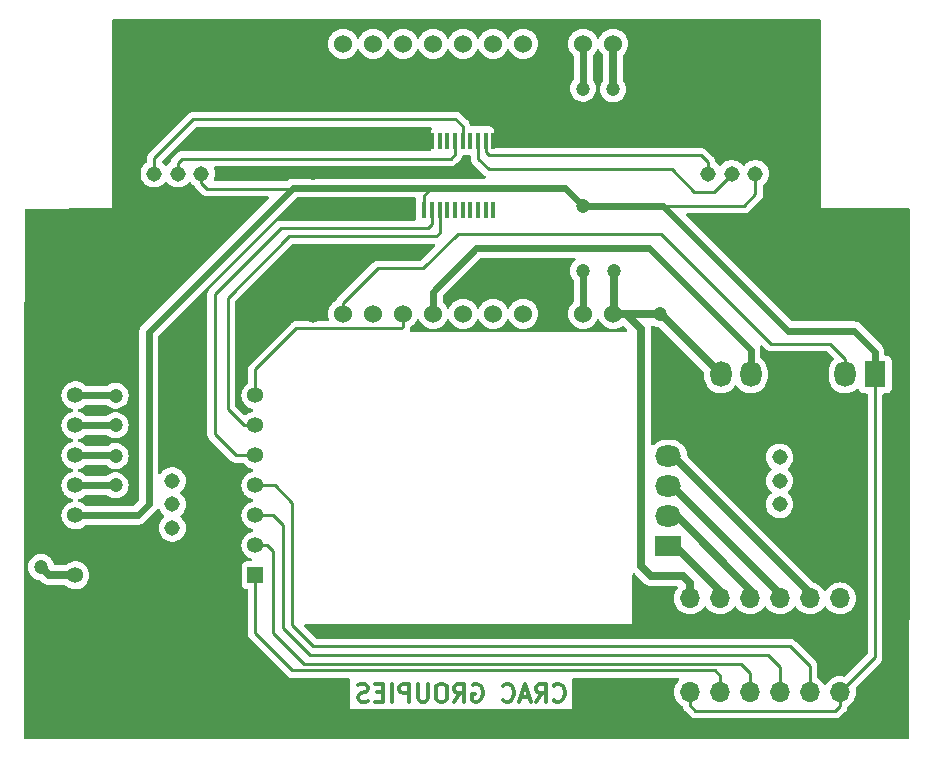
<source format=gbl>
G04 #@! TF.GenerationSoftware,KiCad,Pcbnew,8.0.6*
G04 #@! TF.CreationDate,2025-02-13T15:50:05+01:00*
G04 #@! TF.ProjectId,Merx_Carte_Ucontroleur,4d657278-5f43-4617-9274-655f55636f6e,rev?*
G04 #@! TF.SameCoordinates,Original*
G04 #@! TF.FileFunction,Copper,L2,Bot*
G04 #@! TF.FilePolarity,Positive*
%FSLAX46Y46*%
G04 Gerber Fmt 4.6, Leading zero omitted, Abs format (unit mm)*
G04 Created by KiCad (PCBNEW 8.0.6) date 2025-02-13 15:50:05*
%MOMM*%
%LPD*%
G01*
G04 APERTURE LIST*
%ADD10C,0.300000*%
G04 #@! TA.AperFunction,NonConductor*
%ADD11C,0.300000*%
G04 #@! TD*
G04 #@! TA.AperFunction,ComponentPad*
%ADD12O,1.800000X2.200000*%
G04 #@! TD*
G04 #@! TA.AperFunction,ComponentPad*
%ADD13R,1.800000X2.200000*%
G04 #@! TD*
G04 #@! TA.AperFunction,ComponentPad*
%ADD14C,1.524000*%
G04 #@! TD*
G04 #@! TA.AperFunction,ComponentPad*
%ADD15R,1.308000X1.308000*%
G04 #@! TD*
G04 #@! TA.AperFunction,ComponentPad*
%ADD16C,1.308000*%
G04 #@! TD*
G04 #@! TA.AperFunction,ComponentPad*
%ADD17R,1.358000X1.358000*%
G04 #@! TD*
G04 #@! TA.AperFunction,ComponentPad*
%ADD18C,1.358000*%
G04 #@! TD*
G04 #@! TA.AperFunction,ComponentPad*
%ADD19C,5.500000*%
G04 #@! TD*
G04 #@! TA.AperFunction,ComponentPad*
%ADD20O,1.700000X1.700000*%
G04 #@! TD*
G04 #@! TA.AperFunction,ComponentPad*
%ADD21R,1.700000X1.700000*%
G04 #@! TD*
G04 #@! TA.AperFunction,ComponentPad*
%ADD22R,2.200000X1.800000*%
G04 #@! TD*
G04 #@! TA.AperFunction,ComponentPad*
%ADD23O,2.200000X1.800000*%
G04 #@! TD*
G04 #@! TA.AperFunction,SMDPad,CuDef*
%ADD24R,0.450000X1.475000*%
G04 #@! TD*
G04 #@! TA.AperFunction,ViaPad*
%ADD25C,1.200000*%
G04 #@! TD*
G04 #@! TA.AperFunction,Conductor*
%ADD26C,0.250000*%
G04 #@! TD*
G04 #@! TA.AperFunction,Conductor*
%ADD27C,0.700000*%
G04 #@! TD*
G04 #@! TA.AperFunction,Conductor*
%ADD28C,0.600000*%
G04 #@! TD*
G04 APERTURE END LIST*
D10*
D11*
X124288346Y-103557971D02*
X124359774Y-103629400D01*
X124359774Y-103629400D02*
X124574060Y-103700828D01*
X124574060Y-103700828D02*
X124716917Y-103700828D01*
X124716917Y-103700828D02*
X124931203Y-103629400D01*
X124931203Y-103629400D02*
X125074060Y-103486542D01*
X125074060Y-103486542D02*
X125145489Y-103343685D01*
X125145489Y-103343685D02*
X125216917Y-103057971D01*
X125216917Y-103057971D02*
X125216917Y-102843685D01*
X125216917Y-102843685D02*
X125145489Y-102557971D01*
X125145489Y-102557971D02*
X125074060Y-102415114D01*
X125074060Y-102415114D02*
X124931203Y-102272257D01*
X124931203Y-102272257D02*
X124716917Y-102200828D01*
X124716917Y-102200828D02*
X124574060Y-102200828D01*
X124574060Y-102200828D02*
X124359774Y-102272257D01*
X124359774Y-102272257D02*
X124288346Y-102343685D01*
X122788346Y-103700828D02*
X123288346Y-102986542D01*
X123645489Y-103700828D02*
X123645489Y-102200828D01*
X123645489Y-102200828D02*
X123074060Y-102200828D01*
X123074060Y-102200828D02*
X122931203Y-102272257D01*
X122931203Y-102272257D02*
X122859774Y-102343685D01*
X122859774Y-102343685D02*
X122788346Y-102486542D01*
X122788346Y-102486542D02*
X122788346Y-102700828D01*
X122788346Y-102700828D02*
X122859774Y-102843685D01*
X122859774Y-102843685D02*
X122931203Y-102915114D01*
X122931203Y-102915114D02*
X123074060Y-102986542D01*
X123074060Y-102986542D02*
X123645489Y-102986542D01*
X122216917Y-103272257D02*
X121502632Y-103272257D01*
X122359774Y-103700828D02*
X121859774Y-102200828D01*
X121859774Y-102200828D02*
X121359774Y-103700828D01*
X120002632Y-103557971D02*
X120074060Y-103629400D01*
X120074060Y-103629400D02*
X120288346Y-103700828D01*
X120288346Y-103700828D02*
X120431203Y-103700828D01*
X120431203Y-103700828D02*
X120645489Y-103629400D01*
X120645489Y-103629400D02*
X120788346Y-103486542D01*
X120788346Y-103486542D02*
X120859775Y-103343685D01*
X120859775Y-103343685D02*
X120931203Y-103057971D01*
X120931203Y-103057971D02*
X120931203Y-102843685D01*
X120931203Y-102843685D02*
X120859775Y-102557971D01*
X120859775Y-102557971D02*
X120788346Y-102415114D01*
X120788346Y-102415114D02*
X120645489Y-102272257D01*
X120645489Y-102272257D02*
X120431203Y-102200828D01*
X120431203Y-102200828D02*
X120288346Y-102200828D01*
X120288346Y-102200828D02*
X120074060Y-102272257D01*
X120074060Y-102272257D02*
X120002632Y-102343685D01*
X117431203Y-102272257D02*
X117574061Y-102200828D01*
X117574061Y-102200828D02*
X117788346Y-102200828D01*
X117788346Y-102200828D02*
X118002632Y-102272257D01*
X118002632Y-102272257D02*
X118145489Y-102415114D01*
X118145489Y-102415114D02*
X118216918Y-102557971D01*
X118216918Y-102557971D02*
X118288346Y-102843685D01*
X118288346Y-102843685D02*
X118288346Y-103057971D01*
X118288346Y-103057971D02*
X118216918Y-103343685D01*
X118216918Y-103343685D02*
X118145489Y-103486542D01*
X118145489Y-103486542D02*
X118002632Y-103629400D01*
X118002632Y-103629400D02*
X117788346Y-103700828D01*
X117788346Y-103700828D02*
X117645489Y-103700828D01*
X117645489Y-103700828D02*
X117431203Y-103629400D01*
X117431203Y-103629400D02*
X117359775Y-103557971D01*
X117359775Y-103557971D02*
X117359775Y-103057971D01*
X117359775Y-103057971D02*
X117645489Y-103057971D01*
X115859775Y-103700828D02*
X116359775Y-102986542D01*
X116716918Y-103700828D02*
X116716918Y-102200828D01*
X116716918Y-102200828D02*
X116145489Y-102200828D01*
X116145489Y-102200828D02*
X116002632Y-102272257D01*
X116002632Y-102272257D02*
X115931203Y-102343685D01*
X115931203Y-102343685D02*
X115859775Y-102486542D01*
X115859775Y-102486542D02*
X115859775Y-102700828D01*
X115859775Y-102700828D02*
X115931203Y-102843685D01*
X115931203Y-102843685D02*
X116002632Y-102915114D01*
X116002632Y-102915114D02*
X116145489Y-102986542D01*
X116145489Y-102986542D02*
X116716918Y-102986542D01*
X114931203Y-102200828D02*
X114645489Y-102200828D01*
X114645489Y-102200828D02*
X114502632Y-102272257D01*
X114502632Y-102272257D02*
X114359775Y-102415114D01*
X114359775Y-102415114D02*
X114288346Y-102700828D01*
X114288346Y-102700828D02*
X114288346Y-103200828D01*
X114288346Y-103200828D02*
X114359775Y-103486542D01*
X114359775Y-103486542D02*
X114502632Y-103629400D01*
X114502632Y-103629400D02*
X114645489Y-103700828D01*
X114645489Y-103700828D02*
X114931203Y-103700828D01*
X114931203Y-103700828D02*
X115074061Y-103629400D01*
X115074061Y-103629400D02*
X115216918Y-103486542D01*
X115216918Y-103486542D02*
X115288346Y-103200828D01*
X115288346Y-103200828D02*
X115288346Y-102700828D01*
X115288346Y-102700828D02*
X115216918Y-102415114D01*
X115216918Y-102415114D02*
X115074061Y-102272257D01*
X115074061Y-102272257D02*
X114931203Y-102200828D01*
X113645489Y-102200828D02*
X113645489Y-103415114D01*
X113645489Y-103415114D02*
X113574060Y-103557971D01*
X113574060Y-103557971D02*
X113502632Y-103629400D01*
X113502632Y-103629400D02*
X113359774Y-103700828D01*
X113359774Y-103700828D02*
X113074060Y-103700828D01*
X113074060Y-103700828D02*
X112931203Y-103629400D01*
X112931203Y-103629400D02*
X112859774Y-103557971D01*
X112859774Y-103557971D02*
X112788346Y-103415114D01*
X112788346Y-103415114D02*
X112788346Y-102200828D01*
X112074060Y-103700828D02*
X112074060Y-102200828D01*
X112074060Y-102200828D02*
X111502631Y-102200828D01*
X111502631Y-102200828D02*
X111359774Y-102272257D01*
X111359774Y-102272257D02*
X111288345Y-102343685D01*
X111288345Y-102343685D02*
X111216917Y-102486542D01*
X111216917Y-102486542D02*
X111216917Y-102700828D01*
X111216917Y-102700828D02*
X111288345Y-102843685D01*
X111288345Y-102843685D02*
X111359774Y-102915114D01*
X111359774Y-102915114D02*
X111502631Y-102986542D01*
X111502631Y-102986542D02*
X112074060Y-102986542D01*
X110574060Y-103700828D02*
X110574060Y-102200828D01*
X109859774Y-102915114D02*
X109359774Y-102915114D01*
X109145488Y-103700828D02*
X109859774Y-103700828D01*
X109859774Y-103700828D02*
X109859774Y-102200828D01*
X109859774Y-102200828D02*
X109145488Y-102200828D01*
X108574059Y-103629400D02*
X108359774Y-103700828D01*
X108359774Y-103700828D02*
X108002631Y-103700828D01*
X108002631Y-103700828D02*
X107859774Y-103629400D01*
X107859774Y-103629400D02*
X107788345Y-103557971D01*
X107788345Y-103557971D02*
X107716916Y-103415114D01*
X107716916Y-103415114D02*
X107716916Y-103272257D01*
X107716916Y-103272257D02*
X107788345Y-103129400D01*
X107788345Y-103129400D02*
X107859774Y-103057971D01*
X107859774Y-103057971D02*
X108002631Y-102986542D01*
X108002631Y-102986542D02*
X108288345Y-102915114D01*
X108288345Y-102915114D02*
X108431202Y-102843685D01*
X108431202Y-102843685D02*
X108502631Y-102772257D01*
X108502631Y-102772257D02*
X108574059Y-102629400D01*
X108574059Y-102629400D02*
X108574059Y-102486542D01*
X108574059Y-102486542D02*
X108502631Y-102343685D01*
X108502631Y-102343685D02*
X108431202Y-102272257D01*
X108431202Y-102272257D02*
X108288345Y-102200828D01*
X108288345Y-102200828D02*
X107931202Y-102200828D01*
X107931202Y-102200828D02*
X107716916Y-102272257D01*
D12*
X138460000Y-76000000D03*
X141000000Y-76000000D03*
D13*
X143540000Y-76000000D03*
X151500000Y-76000000D03*
D12*
X148960000Y-76000000D03*
D14*
X103920000Y-70860000D03*
X106460000Y-70860000D03*
X109000000Y-70860000D03*
X111540000Y-70860000D03*
X114080000Y-70860000D03*
X116620000Y-70860000D03*
X119160000Y-70860000D03*
X121700000Y-70860000D03*
X124240000Y-70860000D03*
X126780000Y-70860000D03*
X129320000Y-70860000D03*
X129320000Y-48000000D03*
X126780000Y-48000000D03*
X124240000Y-48000000D03*
X121700000Y-48000000D03*
X119160000Y-48000000D03*
X116620000Y-48000000D03*
X114080000Y-48000000D03*
X111540000Y-48000000D03*
X109000000Y-48000000D03*
X106460000Y-48000000D03*
X103920000Y-48000000D03*
D15*
X96472500Y-59000000D03*
D16*
X94472500Y-59000000D03*
X92472500Y-59000000D03*
X90472500Y-59000000D03*
D15*
X143367500Y-59000000D03*
D16*
X141367500Y-59000000D03*
X139367500Y-59000000D03*
X137367500Y-59000000D03*
D17*
X99040000Y-93000000D03*
D18*
X99040000Y-90460000D03*
X99040000Y-87920000D03*
X99040000Y-85380000D03*
X99040000Y-82840000D03*
X99040000Y-80300000D03*
X99040000Y-77760000D03*
X83800000Y-77760000D03*
X83800000Y-80300000D03*
X83800000Y-82840000D03*
X83800000Y-85380000D03*
X83800000Y-87920000D03*
X83800000Y-90460000D03*
X83800000Y-93000000D03*
D19*
X86800000Y-68390000D03*
X86800000Y-103390000D03*
D20*
X148540000Y-94960000D03*
X146000000Y-94960000D03*
X143460000Y-94960000D03*
X140920000Y-94960000D03*
X138380000Y-94960000D03*
X135840000Y-94960000D03*
D21*
X133300000Y-94960000D03*
D20*
X148540000Y-102885200D03*
X146000000Y-102885200D03*
X143460000Y-102885200D03*
X140920000Y-102885200D03*
X138380000Y-102885200D03*
X135840000Y-102885200D03*
D21*
X133300000Y-102885200D03*
D22*
X134000000Y-90540000D03*
D23*
X134000000Y-88000000D03*
X134000000Y-85460000D03*
X134000000Y-82920000D03*
D19*
X147040000Y-68390000D03*
D15*
X92000000Y-83000000D03*
D16*
X92000000Y-85000000D03*
X92000000Y-87000000D03*
X92000000Y-89000000D03*
D24*
X113345000Y-56192000D03*
X113995000Y-56192000D03*
X114645000Y-56192000D03*
X115295000Y-56192000D03*
X115945000Y-56192000D03*
X116595000Y-56192000D03*
X117245000Y-56192000D03*
X117895000Y-56192000D03*
X118545000Y-56192000D03*
X119195000Y-56192000D03*
X119195000Y-62068000D03*
X118545000Y-62068000D03*
X117895000Y-62068000D03*
X117245000Y-62068000D03*
X116595000Y-62068000D03*
X115945000Y-62068000D03*
X115295000Y-62068000D03*
X114645000Y-62068000D03*
X113995000Y-62068000D03*
X113345000Y-62068000D03*
D16*
X143420000Y-83000000D03*
X143420000Y-85000000D03*
X143420000Y-87000000D03*
D15*
X143420000Y-89000000D03*
D25*
X124200000Y-51900000D03*
X124200000Y-66800000D03*
X80900000Y-92300000D03*
X87200000Y-85400000D03*
X87200000Y-82900000D03*
X87200000Y-80300000D03*
X87200000Y-77800000D03*
X129340000Y-51850000D03*
X103920000Y-51460000D03*
X103920000Y-65600000D03*
X129370000Y-67250000D03*
X126780000Y-51790000D03*
X126780000Y-67230000D03*
X103920000Y-58960000D03*
X103920000Y-55980000D03*
X149600000Y-88870000D03*
X152990000Y-88890000D03*
X126780000Y-61710000D03*
X133280000Y-70910000D03*
D26*
X140410000Y-61710000D02*
X133570000Y-61710000D01*
D27*
X81600000Y-93000000D02*
X80900000Y-92300000D01*
X83800000Y-93000000D02*
X81600000Y-93000000D01*
X103920000Y-70860000D02*
X103920000Y-65600000D01*
D26*
X113995000Y-63265000D02*
X113995000Y-62068000D01*
X113660000Y-63600000D02*
X113995000Y-63265000D01*
X95600000Y-81060000D02*
X95600000Y-69200000D01*
X101200000Y-63600000D02*
X113660000Y-63600000D01*
X97380000Y-82840000D02*
X95600000Y-81060000D01*
X95600000Y-69200000D02*
X101200000Y-63600000D01*
X99040000Y-82840000D02*
X97380000Y-82840000D01*
X114360000Y-64300000D02*
X114645000Y-64015000D01*
X96700000Y-69500000D02*
X101900000Y-64300000D01*
X101900000Y-64300000D02*
X114360000Y-64300000D01*
X96700000Y-78960000D02*
X96700000Y-69500000D01*
X114645000Y-64015000D02*
X114645000Y-62068000D01*
X98040000Y-80300000D02*
X96700000Y-78960000D01*
X99040000Y-80300000D02*
X98040000Y-80300000D01*
D28*
X89080000Y-87920000D02*
X83800000Y-87920000D01*
X90000000Y-72400000D02*
X90000000Y-87000000D01*
X90000000Y-87000000D02*
X89080000Y-87920000D01*
X102190000Y-60210000D02*
X90000000Y-72400000D01*
X107120000Y-60210000D02*
X102190000Y-60210000D01*
D26*
X151500000Y-99925200D02*
X151500000Y-76000000D01*
X148540000Y-102885200D02*
X151500000Y-99925200D01*
X148960000Y-74660000D02*
X148960000Y-76000000D01*
X147700000Y-73400000D02*
X148960000Y-74660000D01*
X133380000Y-64090000D02*
X142690000Y-73400000D01*
X116160000Y-64090000D02*
X133380000Y-64090000D01*
X142690000Y-73400000D02*
X147700000Y-73400000D01*
X109390000Y-67010000D02*
X113240000Y-67010000D01*
X113240000Y-67010000D02*
X116160000Y-64090000D01*
X106460000Y-70860000D02*
X106460000Y-69940000D01*
X106460000Y-69940000D02*
X109390000Y-67010000D01*
D28*
X149690000Y-72290000D02*
X151500000Y-74100000D01*
X144150000Y-72290000D02*
X149690000Y-72290000D01*
X126780000Y-61710000D02*
X133570000Y-61710000D01*
X133570000Y-61710000D02*
X144150000Y-72290000D01*
X151500000Y-74100000D02*
X151500000Y-76000000D01*
X87180000Y-85380000D02*
X87200000Y-85400000D01*
X83800000Y-85380000D02*
X87180000Y-85380000D01*
X87140000Y-82840000D02*
X87200000Y-82900000D01*
X83800000Y-82840000D02*
X87140000Y-82840000D01*
D26*
X102140000Y-86860000D02*
X100660000Y-85380000D01*
X100660000Y-85380000D02*
X99040000Y-85380000D01*
X102140000Y-97220000D02*
X102140000Y-86860000D01*
X144320000Y-99010000D02*
X103930000Y-99010000D01*
X103930000Y-99010000D02*
X102140000Y-97220000D01*
X146000000Y-100690000D02*
X144320000Y-99010000D01*
X146000000Y-102885200D02*
X146000000Y-100690000D01*
X100510000Y-87920000D02*
X99040000Y-87920000D01*
X101350000Y-88760000D02*
X100510000Y-87920000D01*
X101350000Y-97430000D02*
X101350000Y-88760000D01*
X103640000Y-99720000D02*
X101350000Y-97430000D01*
X142450000Y-99720000D02*
X103640000Y-99720000D01*
X143460000Y-100730000D02*
X142450000Y-99720000D01*
X143460000Y-102885200D02*
X143460000Y-100730000D01*
D28*
X83800000Y-80300000D02*
X87200000Y-80300000D01*
X87160000Y-77760000D02*
X87200000Y-77800000D01*
X83800000Y-77760000D02*
X87160000Y-77760000D01*
D27*
X103920000Y-48000000D02*
X103920000Y-51460000D01*
X129320000Y-51830000D02*
X129340000Y-51850000D01*
X129320000Y-48000000D02*
X129320000Y-51830000D01*
D28*
X126780000Y-48000000D02*
X126780000Y-51790000D01*
D27*
X129370000Y-70810000D02*
X129320000Y-70860000D01*
X129370000Y-67250000D02*
X129370000Y-70810000D01*
D28*
X126780000Y-70860000D02*
X126780000Y-67230000D01*
X132370000Y-65330000D02*
X141000000Y-73960000D01*
X117750000Y-65330000D02*
X132370000Y-65330000D01*
X114080000Y-69000000D02*
X117750000Y-65330000D01*
X114080000Y-70860000D02*
X114080000Y-69000000D01*
X141000000Y-73960000D02*
X141000000Y-76000000D01*
D26*
X116060000Y-54440000D02*
X116595000Y-54975000D01*
X116060000Y-54410000D02*
X116060000Y-54440000D01*
X90472500Y-57687500D02*
X93750000Y-54410000D01*
X93750000Y-54410000D02*
X116060000Y-54410000D01*
X116595000Y-54975000D02*
X116595000Y-56192000D01*
X90472500Y-59000000D02*
X90472500Y-57687500D01*
X115580000Y-57730000D02*
X115945000Y-57365000D01*
X92810000Y-57730000D02*
X115580000Y-57730000D01*
X92472500Y-59000000D02*
X92472500Y-58067500D01*
X92472500Y-58067500D02*
X92810000Y-57730000D01*
X115945000Y-57365000D02*
X115945000Y-56192000D01*
X107050000Y-60280000D02*
X107120000Y-60210000D01*
X94472500Y-59000000D02*
X94472500Y-59772500D01*
D28*
X115110000Y-60210000D02*
X107120000Y-60210000D01*
D26*
X113950000Y-60210000D02*
X115110000Y-60210000D01*
X113345000Y-60815000D02*
X113950000Y-60210000D01*
D28*
X125280000Y-60210000D02*
X115110000Y-60210000D01*
D26*
X113345000Y-62068000D02*
X113345000Y-60815000D01*
D28*
X126780000Y-61710000D02*
X125280000Y-60210000D01*
D26*
X137857500Y-60510000D02*
X139367500Y-59000000D01*
X136190000Y-60510000D02*
X137857500Y-60510000D01*
X134290000Y-58610000D02*
X136190000Y-60510000D01*
X118780000Y-58610000D02*
X134290000Y-58610000D01*
X117895000Y-56192000D02*
X117895000Y-57725000D01*
X117895000Y-57725000D02*
X118780000Y-58610000D01*
X136790000Y-57460000D02*
X137367500Y-58037500D01*
X118545000Y-57179500D02*
X118825500Y-57460000D01*
X118825500Y-57460000D02*
X136790000Y-57460000D01*
X137367500Y-58037500D02*
X137367500Y-59000000D01*
X118545000Y-56192000D02*
X118545000Y-57179500D01*
X141367500Y-60747500D02*
X141367500Y-59000000D01*
X141370000Y-60750000D02*
X141367500Y-60747500D01*
X140410000Y-61710000D02*
X141370000Y-60750000D01*
D27*
X146000000Y-94510000D02*
X134410000Y-82920000D01*
X146000000Y-94960000D02*
X146000000Y-94510000D01*
X134410000Y-82920000D02*
X134000000Y-82920000D01*
X134330000Y-85460000D02*
X134000000Y-85460000D01*
X143460000Y-94590000D02*
X134330000Y-85460000D01*
X143460000Y-94960000D02*
X143460000Y-94590000D01*
X134700000Y-88000000D02*
X134000000Y-88000000D01*
X140920000Y-94220000D02*
X134700000Y-88000000D01*
X140920000Y-94960000D02*
X140920000Y-94220000D01*
X138380000Y-94350000D02*
X138380000Y-94960000D01*
X134570000Y-90540000D02*
X138380000Y-94350000D01*
X134000000Y-90540000D02*
X134570000Y-90540000D01*
D26*
X100050000Y-90460000D02*
X99040000Y-90460000D01*
X100540000Y-97870000D02*
X100540000Y-90950000D01*
X100540000Y-90950000D02*
X100050000Y-90460000D01*
X103170000Y-100500000D02*
X100540000Y-97870000D01*
X140180000Y-100500000D02*
X103170000Y-100500000D01*
X140920000Y-101240000D02*
X140180000Y-100500000D01*
X140920000Y-102885200D02*
X140920000Y-101240000D01*
X137930000Y-101060000D02*
X102170000Y-101060000D01*
X138380000Y-101510000D02*
X137930000Y-101060000D01*
X102170000Y-101060000D02*
X99040000Y-97930000D01*
X99040000Y-97930000D02*
X99040000Y-93000000D01*
X138380000Y-102885200D02*
X138380000Y-101510000D01*
D27*
X131710000Y-72172370D02*
X130397630Y-70860000D01*
X131710000Y-92200000D02*
X131710000Y-72172370D01*
X132570000Y-93060000D02*
X131710000Y-92200000D01*
X135260000Y-93060000D02*
X132570000Y-93060000D01*
X135840000Y-93640000D02*
X135260000Y-93060000D01*
X135840000Y-94960000D02*
X135840000Y-93640000D01*
X130397630Y-70860000D02*
X129320000Y-70860000D01*
X133230000Y-70860000D02*
X133280000Y-70910000D01*
X129320000Y-70860000D02*
X133230000Y-70860000D01*
X133370000Y-70910000D02*
X138460000Y-76000000D01*
X133280000Y-70910000D02*
X133370000Y-70910000D01*
D26*
X102500000Y-72100000D02*
X99040000Y-75560000D01*
X111400000Y-72100000D02*
X102500000Y-72100000D01*
X99040000Y-75560000D02*
X99040000Y-77760000D01*
X111540000Y-71960000D02*
X111400000Y-72100000D01*
X111540000Y-70860000D02*
X111540000Y-71960000D01*
X135840000Y-102885200D02*
X135840000Y-104020000D01*
X148150000Y-104470000D02*
X148540000Y-104080000D01*
X148540000Y-104080000D02*
X148540000Y-102885200D01*
X135840000Y-104020000D02*
X136290000Y-104470000D01*
X136290000Y-104470000D02*
X148150000Y-104470000D01*
X94980000Y-60280000D02*
X107050000Y-60280000D01*
X94472500Y-59772500D02*
X94980000Y-60280000D01*
G04 #@! TA.AperFunction,Conductor*
G36*
X132724335Y-71860421D02*
G01*
X132728224Y-71862731D01*
X132787363Y-71899348D01*
X132977544Y-71973024D01*
X133178024Y-72010500D01*
X133216349Y-72010500D01*
X133283388Y-72030185D01*
X133304030Y-72046819D01*
X137023181Y-75765970D01*
X137056666Y-75827293D01*
X137059500Y-75853651D01*
X137059500Y-76310221D01*
X137093985Y-76527952D01*
X137162103Y-76737603D01*
X137162104Y-76737606D01*
X137230122Y-76871096D01*
X137257129Y-76924100D01*
X137262187Y-76934025D01*
X137391752Y-77112358D01*
X137391756Y-77112363D01*
X137547636Y-77268243D01*
X137547641Y-77268247D01*
X137635520Y-77332094D01*
X137725978Y-77397815D01*
X137854375Y-77463237D01*
X137922393Y-77497895D01*
X137922396Y-77497896D01*
X138027221Y-77531955D01*
X138132049Y-77566015D01*
X138349778Y-77600500D01*
X138349779Y-77600500D01*
X138570221Y-77600500D01*
X138570222Y-77600500D01*
X138787951Y-77566015D01*
X138997606Y-77497895D01*
X139194022Y-77397815D01*
X139372365Y-77268242D01*
X139528242Y-77112365D01*
X139599502Y-77014284D01*
X139629682Y-76972745D01*
X139685011Y-76930079D01*
X139754625Y-76924100D01*
X139816420Y-76956705D01*
X139830318Y-76972745D01*
X139931752Y-77112358D01*
X139931756Y-77112363D01*
X140087636Y-77268243D01*
X140087641Y-77268247D01*
X140175520Y-77332094D01*
X140265978Y-77397815D01*
X140394375Y-77463237D01*
X140462393Y-77497895D01*
X140462396Y-77497896D01*
X140567221Y-77531955D01*
X140672049Y-77566015D01*
X140889778Y-77600500D01*
X140889779Y-77600500D01*
X141110221Y-77600500D01*
X141110222Y-77600500D01*
X141327951Y-77566015D01*
X141537606Y-77497895D01*
X141734022Y-77397815D01*
X141912365Y-77268242D01*
X142068242Y-77112365D01*
X142197815Y-76934022D01*
X142297895Y-76737606D01*
X142366015Y-76527951D01*
X142400500Y-76310222D01*
X142400500Y-75689778D01*
X142366015Y-75472049D01*
X142297895Y-75262394D01*
X142297895Y-75262393D01*
X142246370Y-75161272D01*
X142197815Y-75065978D01*
X142169681Y-75027254D01*
X142068247Y-74887641D01*
X142068243Y-74887636D01*
X141912364Y-74731757D01*
X141851613Y-74687618D01*
X141808948Y-74632287D01*
X141800500Y-74587301D01*
X141800500Y-73881155D01*
X141800499Y-73881153D01*
X141797585Y-73866502D01*
X141769737Y-73726503D01*
X141752199Y-73684164D01*
X141744731Y-73614697D01*
X141776006Y-73552218D01*
X141836094Y-73516565D01*
X141905920Y-73519058D01*
X141954442Y-73549032D01*
X142201016Y-73795606D01*
X142201045Y-73795637D01*
X142291263Y-73885855D01*
X142291267Y-73885858D01*
X142393707Y-73954307D01*
X142393713Y-73954310D01*
X142393714Y-73954311D01*
X142507548Y-74001463D01*
X142567971Y-74013481D01*
X142628393Y-74025500D01*
X142628394Y-74025500D01*
X147389548Y-74025500D01*
X147456587Y-74045185D01*
X147477229Y-74061819D01*
X148009720Y-74594310D01*
X148043205Y-74655633D01*
X148038221Y-74725325D01*
X148009721Y-74769672D01*
X147891751Y-74887642D01*
X147762187Y-75065974D01*
X147662104Y-75262393D01*
X147662103Y-75262396D01*
X147593985Y-75472047D01*
X147559500Y-75689778D01*
X147559500Y-76310221D01*
X147593985Y-76527952D01*
X147662103Y-76737603D01*
X147662104Y-76737606D01*
X147730122Y-76871096D01*
X147757129Y-76924100D01*
X147762187Y-76934025D01*
X147891752Y-77112358D01*
X147891756Y-77112363D01*
X148047636Y-77268243D01*
X148047641Y-77268247D01*
X148135520Y-77332094D01*
X148225978Y-77397815D01*
X148354375Y-77463237D01*
X148422393Y-77497895D01*
X148422396Y-77497896D01*
X148527221Y-77531955D01*
X148632049Y-77566015D01*
X148849778Y-77600500D01*
X148849779Y-77600500D01*
X149070221Y-77600500D01*
X149070222Y-77600500D01*
X149287951Y-77566015D01*
X149497606Y-77497895D01*
X149694022Y-77397815D01*
X149872365Y-77268242D01*
X149922536Y-77218070D01*
X149983857Y-77184586D01*
X150053548Y-77189570D01*
X150109482Y-77231441D01*
X150126398Y-77262419D01*
X150156202Y-77342328D01*
X150156206Y-77342335D01*
X150242452Y-77457544D01*
X150242455Y-77457547D01*
X150357664Y-77543793D01*
X150357671Y-77543797D01*
X150402618Y-77560561D01*
X150492517Y-77594091D01*
X150552127Y-77600500D01*
X150750500Y-77600499D01*
X150817539Y-77620183D01*
X150863294Y-77672987D01*
X150874500Y-77724499D01*
X150874500Y-99614747D01*
X150854815Y-99681786D01*
X150838181Y-99702428D01*
X148995646Y-101544962D01*
X148934323Y-101578447D01*
X148875872Y-101577056D01*
X148775413Y-101550138D01*
X148775403Y-101550136D01*
X148540001Y-101529541D01*
X148539999Y-101529541D01*
X148304596Y-101550136D01*
X148304586Y-101550138D01*
X148076344Y-101611294D01*
X148076335Y-101611298D01*
X147862171Y-101711164D01*
X147862169Y-101711165D01*
X147668597Y-101846705D01*
X147501505Y-102013797D01*
X147371575Y-102199358D01*
X147316998Y-102242983D01*
X147247500Y-102250177D01*
X147185145Y-102218654D01*
X147168425Y-102199358D01*
X147038494Y-102013797D01*
X146871402Y-101846706D01*
X146871401Y-101846705D01*
X146722525Y-101742461D01*
X146678376Y-101711547D01*
X146634751Y-101656970D01*
X146625500Y-101609972D01*
X146625500Y-100628389D01*
X146622737Y-100614502D01*
X146622735Y-100614496D01*
X146601463Y-100507549D01*
X146601461Y-100507544D01*
X146600731Y-100505780D01*
X146600712Y-100505738D01*
X146600692Y-100505688D01*
X146570880Y-100433714D01*
X146554312Y-100393715D01*
X146512585Y-100331267D01*
X146512585Y-100331266D01*
X146512583Y-100331265D01*
X146485858Y-100291267D01*
X146485857Y-100291265D01*
X146395637Y-100201045D01*
X146395606Y-100201016D01*
X144810198Y-98615608D01*
X144810178Y-98615586D01*
X144718733Y-98524141D01*
X144659122Y-98484311D01*
X144616286Y-98455688D01*
X144616287Y-98455688D01*
X144616285Y-98455687D01*
X144616281Y-98455685D01*
X144520127Y-98415858D01*
X144502455Y-98408538D01*
X144502453Y-98408537D01*
X144502452Y-98408537D01*
X144442029Y-98396518D01*
X144381610Y-98384500D01*
X144381607Y-98384500D01*
X144381606Y-98384500D01*
X104240452Y-98384500D01*
X104173413Y-98364815D01*
X104152771Y-98348181D01*
X103176271Y-97371681D01*
X103142786Y-97310358D01*
X103147770Y-97240666D01*
X103189642Y-97184733D01*
X103255106Y-97160316D01*
X103263952Y-97160000D01*
X130950000Y-97160000D01*
X130950000Y-92942152D01*
X130969685Y-92875113D01*
X131022489Y-92829358D01*
X131091647Y-92819414D01*
X131155203Y-92848439D01*
X131161681Y-92854471D01*
X132027834Y-93720624D01*
X132027838Y-93720627D01*
X132167132Y-93813701D01*
X132167133Y-93813701D01*
X132167137Y-93813704D01*
X132255972Y-93850500D01*
X132321918Y-93877816D01*
X132467979Y-93906869D01*
X132486228Y-93910499D01*
X132486232Y-93910500D01*
X132486233Y-93910500D01*
X132486234Y-93910500D01*
X132653767Y-93910500D01*
X134688009Y-93910500D01*
X134755048Y-93930185D01*
X134800803Y-93982989D01*
X134810747Y-94052147D01*
X134789584Y-94105623D01*
X134665965Y-94282169D01*
X134665964Y-94282171D01*
X134566098Y-94496335D01*
X134566094Y-94496344D01*
X134504938Y-94724586D01*
X134504936Y-94724596D01*
X134484341Y-94959999D01*
X134484341Y-94960000D01*
X134504936Y-95195403D01*
X134504938Y-95195413D01*
X134566094Y-95423655D01*
X134566096Y-95423659D01*
X134566097Y-95423663D01*
X134570000Y-95432032D01*
X134665965Y-95637830D01*
X134665967Y-95637834D01*
X134774281Y-95792521D01*
X134801505Y-95831401D01*
X134968599Y-95998495D01*
X135065384Y-96066265D01*
X135162165Y-96134032D01*
X135162167Y-96134033D01*
X135162170Y-96134035D01*
X135376337Y-96233903D01*
X135604592Y-96295063D01*
X135792918Y-96311539D01*
X135839999Y-96315659D01*
X135840000Y-96315659D01*
X135840001Y-96315659D01*
X135879234Y-96312226D01*
X136075408Y-96295063D01*
X136303663Y-96233903D01*
X136517830Y-96134035D01*
X136711401Y-95998495D01*
X136878495Y-95831401D01*
X137008425Y-95645842D01*
X137063002Y-95602217D01*
X137132500Y-95595023D01*
X137194855Y-95626546D01*
X137211575Y-95645842D01*
X137341500Y-95831395D01*
X137341505Y-95831401D01*
X137508599Y-95998495D01*
X137605384Y-96066265D01*
X137702165Y-96134032D01*
X137702167Y-96134033D01*
X137702170Y-96134035D01*
X137916337Y-96233903D01*
X138144592Y-96295063D01*
X138332918Y-96311539D01*
X138379999Y-96315659D01*
X138380000Y-96315659D01*
X138380001Y-96315659D01*
X138419234Y-96312226D01*
X138615408Y-96295063D01*
X138843663Y-96233903D01*
X139057830Y-96134035D01*
X139251401Y-95998495D01*
X139418495Y-95831401D01*
X139548425Y-95645842D01*
X139603002Y-95602217D01*
X139672500Y-95595023D01*
X139734855Y-95626546D01*
X139751575Y-95645842D01*
X139881500Y-95831395D01*
X139881505Y-95831401D01*
X140048599Y-95998495D01*
X140145384Y-96066265D01*
X140242165Y-96134032D01*
X140242167Y-96134033D01*
X140242170Y-96134035D01*
X140456337Y-96233903D01*
X140684592Y-96295063D01*
X140872918Y-96311539D01*
X140919999Y-96315659D01*
X140920000Y-96315659D01*
X140920001Y-96315659D01*
X140959234Y-96312226D01*
X141155408Y-96295063D01*
X141383663Y-96233903D01*
X141597830Y-96134035D01*
X141791401Y-95998495D01*
X141958495Y-95831401D01*
X142088425Y-95645842D01*
X142143002Y-95602217D01*
X142212500Y-95595023D01*
X142274855Y-95626546D01*
X142291575Y-95645842D01*
X142421500Y-95831395D01*
X142421505Y-95831401D01*
X142588599Y-95998495D01*
X142685384Y-96066265D01*
X142782165Y-96134032D01*
X142782167Y-96134033D01*
X142782170Y-96134035D01*
X142996337Y-96233903D01*
X143224592Y-96295063D01*
X143412918Y-96311539D01*
X143459999Y-96315659D01*
X143460000Y-96315659D01*
X143460001Y-96315659D01*
X143499234Y-96312226D01*
X143695408Y-96295063D01*
X143923663Y-96233903D01*
X144137830Y-96134035D01*
X144331401Y-95998495D01*
X144498495Y-95831401D01*
X144628425Y-95645842D01*
X144683002Y-95602217D01*
X144752500Y-95595023D01*
X144814855Y-95626546D01*
X144831575Y-95645842D01*
X144961500Y-95831395D01*
X144961505Y-95831401D01*
X145128599Y-95998495D01*
X145225384Y-96066265D01*
X145322165Y-96134032D01*
X145322167Y-96134033D01*
X145322170Y-96134035D01*
X145536337Y-96233903D01*
X145764592Y-96295063D01*
X145952918Y-96311539D01*
X145999999Y-96315659D01*
X146000000Y-96315659D01*
X146000001Y-96315659D01*
X146039234Y-96312226D01*
X146235408Y-96295063D01*
X146463663Y-96233903D01*
X146677830Y-96134035D01*
X146871401Y-95998495D01*
X147038495Y-95831401D01*
X147168425Y-95645842D01*
X147223002Y-95602217D01*
X147292500Y-95595023D01*
X147354855Y-95626546D01*
X147371575Y-95645842D01*
X147501500Y-95831395D01*
X147501505Y-95831401D01*
X147668599Y-95998495D01*
X147765384Y-96066265D01*
X147862165Y-96134032D01*
X147862167Y-96134033D01*
X147862170Y-96134035D01*
X148076337Y-96233903D01*
X148304592Y-96295063D01*
X148492918Y-96311539D01*
X148539999Y-96315659D01*
X148540000Y-96315659D01*
X148540001Y-96315659D01*
X148579234Y-96312226D01*
X148775408Y-96295063D01*
X149003663Y-96233903D01*
X149217830Y-96134035D01*
X149411401Y-95998495D01*
X149578495Y-95831401D01*
X149714035Y-95637830D01*
X149813903Y-95423663D01*
X149875063Y-95195408D01*
X149895659Y-94960000D01*
X149875063Y-94724592D01*
X149813903Y-94496337D01*
X149714035Y-94282171D01*
X149708425Y-94274158D01*
X149578494Y-94088597D01*
X149411402Y-93921506D01*
X149411395Y-93921501D01*
X149411152Y-93921331D01*
X149328260Y-93863289D01*
X149217834Y-93785967D01*
X149217830Y-93785965D01*
X149144610Y-93751822D01*
X149003663Y-93686097D01*
X149003659Y-93686096D01*
X149003655Y-93686094D01*
X148775413Y-93624938D01*
X148775403Y-93624936D01*
X148540001Y-93604341D01*
X148539999Y-93604341D01*
X148304596Y-93624936D01*
X148304586Y-93624938D01*
X148076344Y-93686094D01*
X148076335Y-93686098D01*
X147862171Y-93785964D01*
X147862169Y-93785965D01*
X147668597Y-93921505D01*
X147501505Y-94088597D01*
X147371575Y-94274158D01*
X147316998Y-94317783D01*
X147247500Y-94324977D01*
X147185145Y-94293454D01*
X147168425Y-94274158D01*
X147038494Y-94088597D01*
X146871402Y-93921506D01*
X146871395Y-93921501D01*
X146871152Y-93921331D01*
X146788260Y-93863289D01*
X146677834Y-93785967D01*
X146677830Y-93785965D01*
X146604610Y-93751822D01*
X146463663Y-93686097D01*
X146463660Y-93686096D01*
X146463658Y-93686095D01*
X146379946Y-93663665D01*
X146324359Y-93631571D01*
X135692788Y-82999999D01*
X142260554Y-82999999D01*
X142260554Y-83000000D01*
X142280295Y-83213047D01*
X142280296Y-83213050D01*
X142338846Y-83418835D01*
X142338849Y-83418841D01*
X142434219Y-83610370D01*
X142563160Y-83781116D01*
X142702744Y-83908363D01*
X142739026Y-83968074D01*
X142737265Y-84037922D01*
X142702744Y-84091637D01*
X142563160Y-84218883D01*
X142434219Y-84389629D01*
X142338849Y-84581158D01*
X142338846Y-84581164D01*
X142280296Y-84786949D01*
X142280295Y-84786952D01*
X142260554Y-84999999D01*
X142260554Y-85000000D01*
X142280295Y-85213047D01*
X142280296Y-85213050D01*
X142338846Y-85418835D01*
X142338849Y-85418841D01*
X142434219Y-85610370D01*
X142563160Y-85781116D01*
X142702744Y-85908363D01*
X142739026Y-85968074D01*
X142737265Y-86037922D01*
X142702744Y-86091637D01*
X142563160Y-86218883D01*
X142434219Y-86389629D01*
X142338849Y-86581158D01*
X142338846Y-86581164D01*
X142280296Y-86786949D01*
X142280295Y-86786952D01*
X142260554Y-86999999D01*
X142260554Y-87000000D01*
X142280295Y-87213047D01*
X142280296Y-87213050D01*
X142338846Y-87418835D01*
X142338849Y-87418841D01*
X142393372Y-87528338D01*
X142434219Y-87610370D01*
X142563159Y-87781114D01*
X142721278Y-87925258D01*
X142721283Y-87925261D01*
X142721286Y-87925263D01*
X142903186Y-88037891D01*
X142903187Y-88037891D01*
X142903190Y-88037893D01*
X143102703Y-88115185D01*
X143313020Y-88154500D01*
X143313022Y-88154500D01*
X143526978Y-88154500D01*
X143526980Y-88154500D01*
X143737297Y-88115185D01*
X143936810Y-88037893D01*
X144118722Y-87925258D01*
X144276841Y-87781114D01*
X144405781Y-87610370D01*
X144501151Y-87418840D01*
X144501151Y-87418837D01*
X144501153Y-87418835D01*
X144550548Y-87245227D01*
X144559704Y-87213048D01*
X144579446Y-87000000D01*
X144563722Y-86830318D01*
X144559704Y-86786952D01*
X144559703Y-86786949D01*
X144501153Y-86581164D01*
X144501150Y-86581158D01*
X144483036Y-86544780D01*
X144405781Y-86389630D01*
X144276841Y-86218886D01*
X144137251Y-86091633D01*
X144100973Y-86031927D01*
X144102733Y-85962079D01*
X144137251Y-85908366D01*
X144276841Y-85781114D01*
X144405781Y-85610370D01*
X144501151Y-85418840D01*
X144501151Y-85418837D01*
X144501153Y-85418835D01*
X144559703Y-85213050D01*
X144559704Y-85213047D01*
X144579446Y-85000000D01*
X144579446Y-84999999D01*
X144559704Y-84786952D01*
X144559703Y-84786949D01*
X144501153Y-84581164D01*
X144501150Y-84581158D01*
X144499455Y-84577754D01*
X144405781Y-84389630D01*
X144276841Y-84218886D01*
X144137251Y-84091633D01*
X144100973Y-84031927D01*
X144102733Y-83962079D01*
X144137251Y-83908366D01*
X144276841Y-83781114D01*
X144405781Y-83610370D01*
X144501151Y-83418840D01*
X144501151Y-83418837D01*
X144501153Y-83418835D01*
X144535178Y-83299247D01*
X144559704Y-83213048D01*
X144579446Y-83000000D01*
X144570179Y-82899999D01*
X144559704Y-82786952D01*
X144559703Y-82786949D01*
X144501153Y-82581164D01*
X144501150Y-82581158D01*
X144461106Y-82500739D01*
X144405781Y-82389630D01*
X144276841Y-82218886D01*
X144118722Y-82074742D01*
X144118716Y-82074738D01*
X144118713Y-82074736D01*
X143936813Y-81962108D01*
X143936807Y-81962106D01*
X143737297Y-81884815D01*
X143526980Y-81845500D01*
X143313020Y-81845500D01*
X143102703Y-81884815D01*
X142976533Y-81933693D01*
X142903192Y-81962106D01*
X142903186Y-81962108D01*
X142721286Y-82074736D01*
X142721283Y-82074738D01*
X142721279Y-82074740D01*
X142721278Y-82074742D01*
X142589564Y-82194815D01*
X142563158Y-82218887D01*
X142434219Y-82389629D01*
X142338849Y-82581158D01*
X142338846Y-82581164D01*
X142280296Y-82786949D01*
X142280295Y-82786952D01*
X142260554Y-82999999D01*
X135692788Y-82999999D01*
X135636819Y-82944030D01*
X135603334Y-82882707D01*
X135600500Y-82856349D01*
X135600500Y-82809778D01*
X135596884Y-82786949D01*
X135566015Y-82592049D01*
X135497895Y-82382394D01*
X135497895Y-82382393D01*
X135463237Y-82314375D01*
X135397815Y-82185978D01*
X135316995Y-82074738D01*
X135268247Y-82007641D01*
X135268243Y-82007636D01*
X135112363Y-81851756D01*
X135112358Y-81851752D01*
X134934025Y-81722187D01*
X134934024Y-81722186D01*
X134934022Y-81722185D01*
X134871096Y-81690122D01*
X134737606Y-81622104D01*
X134737603Y-81622103D01*
X134527952Y-81553985D01*
X134419086Y-81536742D01*
X134310222Y-81519500D01*
X133689778Y-81519500D01*
X133617201Y-81530995D01*
X133472047Y-81553985D01*
X133262396Y-81622103D01*
X133262393Y-81622104D01*
X133065974Y-81722187D01*
X132887641Y-81851752D01*
X132887636Y-81851756D01*
X132772181Y-81967212D01*
X132710858Y-82000697D01*
X132641166Y-81995713D01*
X132585233Y-81953841D01*
X132560816Y-81888377D01*
X132560500Y-81879531D01*
X132560500Y-72088602D01*
X132560499Y-72088598D01*
X132541358Y-71992366D01*
X132547585Y-71922774D01*
X132590448Y-71867597D01*
X132656338Y-71844353D01*
X132724335Y-71860421D01*
G37*
G04 #@! TD.AperFunction*
G04 #@! TA.AperFunction,Conductor*
G36*
X114207585Y-64945185D02*
G01*
X114253340Y-64997989D01*
X114263284Y-65067147D01*
X114234259Y-65130703D01*
X114228227Y-65137181D01*
X113017229Y-66348181D01*
X112955906Y-66381666D01*
X112929548Y-66384500D01*
X109328389Y-66384500D01*
X109207553Y-66408535D01*
X109207541Y-66408539D01*
X109175262Y-66421909D01*
X109160397Y-66428067D01*
X109093718Y-66455685D01*
X109074571Y-66468479D01*
X109068190Y-66472743D01*
X109068189Y-66472744D01*
X109068188Y-66472743D01*
X108991266Y-66524142D01*
X108991265Y-66524143D01*
X108947704Y-66567705D01*
X108904142Y-66611267D01*
X105974144Y-69541264D01*
X105974138Y-69541272D01*
X105905690Y-69643708D01*
X105905688Y-69643713D01*
X105882088Y-69700690D01*
X105838248Y-69755094D01*
X105829529Y-69760624D01*
X105826337Y-69762466D01*
X105645377Y-69889175D01*
X105489175Y-70045377D01*
X105362466Y-70226338D01*
X105362465Y-70226340D01*
X105269107Y-70426548D01*
X105269104Y-70426554D01*
X105211930Y-70639929D01*
X105211929Y-70639937D01*
X105192677Y-70859997D01*
X105192677Y-70860002D01*
X105211929Y-71080062D01*
X105211930Y-71080070D01*
X105269104Y-71293445D01*
X105269105Y-71293449D01*
X105269106Y-71293450D01*
X105269107Y-71293452D01*
X105271273Y-71298097D01*
X105281764Y-71367175D01*
X105253243Y-71430958D01*
X105194766Y-71469197D01*
X105158890Y-71474500D01*
X102438389Y-71474500D01*
X102377971Y-71486518D01*
X102334743Y-71495116D01*
X102317546Y-71498537D01*
X102285664Y-71511744D01*
X102285663Y-71511744D01*
X102203715Y-71545686D01*
X102193627Y-71552428D01*
X102193626Y-71552429D01*
X102101268Y-71614140D01*
X102057705Y-71657703D01*
X102014142Y-71701267D01*
X98554144Y-75161264D01*
X98554138Y-75161272D01*
X98485692Y-75263705D01*
X98485684Y-75263719D01*
X98452347Y-75344207D01*
X98446823Y-75357543D01*
X98438537Y-75377545D01*
X98438535Y-75377553D01*
X98414500Y-75498389D01*
X98414500Y-76690932D01*
X98394815Y-76757971D01*
X98355778Y-76796358D01*
X98326152Y-76814701D01*
X98164604Y-76961972D01*
X98032874Y-77136410D01*
X98032869Y-77136418D01*
X97935441Y-77332079D01*
X97935435Y-77332094D01*
X97875616Y-77542337D01*
X97875615Y-77542339D01*
X97855447Y-77759999D01*
X97855447Y-77760000D01*
X97875615Y-77977660D01*
X97875616Y-77977662D01*
X97935435Y-78187905D01*
X97935441Y-78187920D01*
X98032869Y-78383581D01*
X98032874Y-78383589D01*
X98154449Y-78544579D01*
X98164605Y-78558028D01*
X98326147Y-78705294D01*
X98326149Y-78705295D01*
X98326150Y-78705296D01*
X98511995Y-78820366D01*
X98512001Y-78820369D01*
X98579943Y-78846689D01*
X98715832Y-78899333D01*
X98762795Y-78908112D01*
X98825073Y-78939780D01*
X98860346Y-79000092D01*
X98857412Y-79069900D01*
X98817203Y-79127040D01*
X98762795Y-79151887D01*
X98715832Y-79160667D01*
X98715830Y-79160667D01*
X98715828Y-79160668D01*
X98512001Y-79239630D01*
X98511995Y-79239633D01*
X98326148Y-79354704D01*
X98326145Y-79354706D01*
X98232201Y-79440348D01*
X98169397Y-79470965D01*
X98100010Y-79462767D01*
X98060982Y-79436392D01*
X97361819Y-78737229D01*
X97328334Y-78675906D01*
X97325500Y-78649548D01*
X97325500Y-69810452D01*
X97345185Y-69743413D01*
X97361819Y-69722771D01*
X102122772Y-64961819D01*
X102184095Y-64928334D01*
X102210453Y-64925500D01*
X114140546Y-64925500D01*
X114207585Y-64945185D01*
G37*
G04 #@! TD.AperFunction*
G04 #@! TA.AperFunction,Conductor*
G36*
X126099524Y-66150185D02*
G01*
X126145279Y-66202989D01*
X126155223Y-66272147D01*
X126126198Y-66335703D01*
X126116023Y-66346137D01*
X125963237Y-66485418D01*
X125840327Y-66648178D01*
X125749422Y-66830739D01*
X125749417Y-66830752D01*
X125693602Y-67026917D01*
X125674785Y-67229999D01*
X125674785Y-67230000D01*
X125693602Y-67433082D01*
X125749417Y-67629247D01*
X125749422Y-67629260D01*
X125840327Y-67811821D01*
X125954454Y-67962950D01*
X125979146Y-68028310D01*
X125979500Y-68037676D01*
X125979500Y-69823691D01*
X125959815Y-69890730D01*
X125943181Y-69911372D01*
X125809175Y-70045377D01*
X125682466Y-70226338D01*
X125682465Y-70226340D01*
X125589107Y-70426548D01*
X125589104Y-70426554D01*
X125531930Y-70639929D01*
X125531929Y-70639937D01*
X125512677Y-70859997D01*
X125512677Y-70860002D01*
X125531929Y-71080062D01*
X125531930Y-71080070D01*
X125589104Y-71293445D01*
X125589105Y-71293447D01*
X125589106Y-71293450D01*
X125671058Y-71469197D01*
X125682466Y-71493662D01*
X125682468Y-71493666D01*
X125809170Y-71674615D01*
X125809175Y-71674621D01*
X125965378Y-71830824D01*
X125965384Y-71830829D01*
X126146333Y-71957531D01*
X126146335Y-71957532D01*
X126146338Y-71957534D01*
X126346550Y-72050894D01*
X126559932Y-72108070D01*
X126686458Y-72119139D01*
X126724550Y-72122472D01*
X126782892Y-72145293D01*
X126811322Y-72127023D01*
X126835450Y-72122472D01*
X126868465Y-72119583D01*
X127000068Y-72108070D01*
X127213450Y-72050894D01*
X127413662Y-71957534D01*
X127594620Y-71830826D01*
X127750826Y-71674620D01*
X127877534Y-71493662D01*
X127937618Y-71364811D01*
X127983790Y-71312371D01*
X128050983Y-71293219D01*
X128117865Y-71313435D01*
X128162382Y-71364811D01*
X128222464Y-71493658D01*
X128222468Y-71493666D01*
X128349170Y-71674615D01*
X128349175Y-71674621D01*
X128505378Y-71830824D01*
X128505384Y-71830829D01*
X128686333Y-71957531D01*
X128686335Y-71957532D01*
X128686338Y-71957534D01*
X128886550Y-72050894D01*
X129099932Y-72108070D01*
X129226458Y-72119139D01*
X129264550Y-72122472D01*
X129322892Y-72145293D01*
X129351322Y-72127023D01*
X129375450Y-72122472D01*
X129408465Y-72119583D01*
X129540068Y-72108070D01*
X129753450Y-72050894D01*
X129953662Y-71957534D01*
X130067650Y-71877718D01*
X130133855Y-71855391D01*
X130201622Y-71872401D01*
X130226450Y-71891608D01*
X130493161Y-72158320D01*
X130526646Y-72219642D01*
X130521662Y-72289334D01*
X130479790Y-72345267D01*
X130414326Y-72369684D01*
X130405480Y-72370000D01*
X129386257Y-72370000D01*
X129319218Y-72350315D01*
X129316646Y-72347347D01*
X129278175Y-72367569D01*
X129253743Y-72370000D01*
X126846257Y-72370000D01*
X126779218Y-72350315D01*
X126776646Y-72347347D01*
X126738175Y-72367569D01*
X126713743Y-72370000D01*
X121766257Y-72370000D01*
X121699218Y-72350315D01*
X121696646Y-72347347D01*
X121658175Y-72367569D01*
X121633743Y-72370000D01*
X119226257Y-72370000D01*
X119159218Y-72350315D01*
X119156646Y-72347347D01*
X119118175Y-72367569D01*
X119093743Y-72370000D01*
X116686257Y-72370000D01*
X116619218Y-72350315D01*
X116616646Y-72347347D01*
X116578175Y-72367569D01*
X116553743Y-72370000D01*
X114146257Y-72370000D01*
X114079218Y-72350315D01*
X114076646Y-72347347D01*
X114038175Y-72367569D01*
X114013743Y-72370000D01*
X112232788Y-72370000D01*
X112165749Y-72350315D01*
X112119994Y-72297511D01*
X112110050Y-72228353D01*
X112118224Y-72198555D01*
X112121929Y-72189608D01*
X112121932Y-72189605D01*
X112141461Y-72142456D01*
X112141463Y-72142452D01*
X112152175Y-72088598D01*
X112158559Y-72056505D01*
X112158559Y-72056502D01*
X112165500Y-72021607D01*
X112165500Y-72021601D01*
X112166086Y-72015658D01*
X112192243Y-71950869D01*
X112218362Y-71926234D01*
X112354620Y-71830826D01*
X112510826Y-71674620D01*
X112637534Y-71493662D01*
X112697618Y-71364811D01*
X112743790Y-71312371D01*
X112810983Y-71293219D01*
X112877865Y-71313435D01*
X112922382Y-71364811D01*
X112982464Y-71493658D01*
X112982468Y-71493666D01*
X113109170Y-71674615D01*
X113109175Y-71674621D01*
X113265378Y-71830824D01*
X113265384Y-71830829D01*
X113446333Y-71957531D01*
X113446335Y-71957532D01*
X113446338Y-71957534D01*
X113646550Y-72050894D01*
X113859932Y-72108070D01*
X113986458Y-72119139D01*
X114024550Y-72122472D01*
X114082892Y-72145293D01*
X114111322Y-72127023D01*
X114135450Y-72122472D01*
X114168465Y-72119583D01*
X114300068Y-72108070D01*
X114513450Y-72050894D01*
X114713662Y-71957534D01*
X114894620Y-71830826D01*
X115050826Y-71674620D01*
X115177534Y-71493662D01*
X115237618Y-71364811D01*
X115283790Y-71312371D01*
X115350983Y-71293219D01*
X115417865Y-71313435D01*
X115462382Y-71364811D01*
X115522464Y-71493658D01*
X115522468Y-71493666D01*
X115649170Y-71674615D01*
X115649175Y-71674621D01*
X115805378Y-71830824D01*
X115805384Y-71830829D01*
X115986333Y-71957531D01*
X115986335Y-71957532D01*
X115986338Y-71957534D01*
X116186550Y-72050894D01*
X116399932Y-72108070D01*
X116526458Y-72119139D01*
X116564550Y-72122472D01*
X116622892Y-72145293D01*
X116651322Y-72127023D01*
X116675450Y-72122472D01*
X116708465Y-72119583D01*
X116840068Y-72108070D01*
X117053450Y-72050894D01*
X117253662Y-71957534D01*
X117434620Y-71830826D01*
X117590826Y-71674620D01*
X117717534Y-71493662D01*
X117777618Y-71364811D01*
X117823790Y-71312371D01*
X117890983Y-71293219D01*
X117957865Y-71313435D01*
X118002382Y-71364811D01*
X118062464Y-71493658D01*
X118062468Y-71493666D01*
X118189170Y-71674615D01*
X118189175Y-71674621D01*
X118345378Y-71830824D01*
X118345384Y-71830829D01*
X118526333Y-71957531D01*
X118526335Y-71957532D01*
X118526338Y-71957534D01*
X118726550Y-72050894D01*
X118939932Y-72108070D01*
X119066458Y-72119139D01*
X119104550Y-72122472D01*
X119162892Y-72145293D01*
X119191322Y-72127023D01*
X119215450Y-72122472D01*
X119248465Y-72119583D01*
X119380068Y-72108070D01*
X119593450Y-72050894D01*
X119793662Y-71957534D01*
X119974620Y-71830826D01*
X120130826Y-71674620D01*
X120257534Y-71493662D01*
X120317618Y-71364811D01*
X120363790Y-71312371D01*
X120430983Y-71293219D01*
X120497865Y-71313435D01*
X120542382Y-71364811D01*
X120602464Y-71493658D01*
X120602468Y-71493666D01*
X120729170Y-71674615D01*
X120729175Y-71674621D01*
X120885378Y-71830824D01*
X120885384Y-71830829D01*
X121066333Y-71957531D01*
X121066335Y-71957532D01*
X121066338Y-71957534D01*
X121266550Y-72050894D01*
X121479932Y-72108070D01*
X121606458Y-72119139D01*
X121644550Y-72122472D01*
X121702892Y-72145293D01*
X121731322Y-72127023D01*
X121755450Y-72122472D01*
X121788465Y-72119583D01*
X121920068Y-72108070D01*
X122133450Y-72050894D01*
X122333662Y-71957534D01*
X122514620Y-71830826D01*
X122670826Y-71674620D01*
X122797534Y-71493662D01*
X122890894Y-71293450D01*
X122948070Y-71080068D01*
X122967323Y-70860000D01*
X122948070Y-70639932D01*
X122890894Y-70426550D01*
X122797534Y-70226339D01*
X122670826Y-70045380D01*
X122514620Y-69889174D01*
X122514616Y-69889171D01*
X122514615Y-69889170D01*
X122333666Y-69762468D01*
X122333662Y-69762466D01*
X122296279Y-69745034D01*
X122133450Y-69669106D01*
X122133447Y-69669105D01*
X122133445Y-69669104D01*
X121920070Y-69611930D01*
X121920062Y-69611929D01*
X121700002Y-69592677D01*
X121699998Y-69592677D01*
X121479937Y-69611929D01*
X121479929Y-69611930D01*
X121266554Y-69669104D01*
X121266548Y-69669107D01*
X121066340Y-69762465D01*
X121066338Y-69762466D01*
X120885377Y-69889175D01*
X120729175Y-70045377D01*
X120602466Y-70226338D01*
X120602465Y-70226340D01*
X120542382Y-70355189D01*
X120496209Y-70407628D01*
X120429016Y-70426780D01*
X120362135Y-70406564D01*
X120317618Y-70355189D01*
X120257534Y-70226340D01*
X120257533Y-70226338D01*
X120130827Y-70045381D01*
X120060500Y-69975054D01*
X119974620Y-69889174D01*
X119974616Y-69889171D01*
X119974615Y-69889170D01*
X119793666Y-69762468D01*
X119793662Y-69762466D01*
X119756279Y-69745034D01*
X119593450Y-69669106D01*
X119593447Y-69669105D01*
X119593445Y-69669104D01*
X119380070Y-69611930D01*
X119380062Y-69611929D01*
X119160002Y-69592677D01*
X119159998Y-69592677D01*
X118939937Y-69611929D01*
X118939929Y-69611930D01*
X118726554Y-69669104D01*
X118726548Y-69669107D01*
X118526340Y-69762465D01*
X118526338Y-69762466D01*
X118345377Y-69889175D01*
X118189175Y-70045377D01*
X118062466Y-70226338D01*
X118062465Y-70226340D01*
X118002382Y-70355189D01*
X117956209Y-70407628D01*
X117889016Y-70426780D01*
X117822135Y-70406564D01*
X117777618Y-70355189D01*
X117717534Y-70226340D01*
X117717533Y-70226338D01*
X117590827Y-70045381D01*
X117520500Y-69975054D01*
X117434620Y-69889174D01*
X117434616Y-69889171D01*
X117434615Y-69889170D01*
X117253666Y-69762468D01*
X117253662Y-69762466D01*
X117216279Y-69745034D01*
X117053450Y-69669106D01*
X117053447Y-69669105D01*
X117053445Y-69669104D01*
X116840070Y-69611930D01*
X116840062Y-69611929D01*
X116620002Y-69592677D01*
X116619998Y-69592677D01*
X116399937Y-69611929D01*
X116399929Y-69611930D01*
X116186554Y-69669104D01*
X116186548Y-69669107D01*
X115986340Y-69762465D01*
X115986338Y-69762466D01*
X115805377Y-69889175D01*
X115649175Y-70045377D01*
X115522466Y-70226338D01*
X115522465Y-70226340D01*
X115462382Y-70355189D01*
X115416209Y-70407628D01*
X115349016Y-70426780D01*
X115282135Y-70406564D01*
X115237618Y-70355189D01*
X115177534Y-70226340D01*
X115177533Y-70226338D01*
X115050824Y-70045377D01*
X114916819Y-69911372D01*
X114883334Y-69850049D01*
X114880500Y-69823691D01*
X114880500Y-69382940D01*
X114900185Y-69315901D01*
X114916819Y-69295259D01*
X118045259Y-66166819D01*
X118106582Y-66133334D01*
X118132940Y-66130500D01*
X126032485Y-66130500D01*
X126099524Y-66150185D01*
G37*
G04 #@! TD.AperFunction*
G04 #@! TA.AperFunction,Conductor*
G36*
X116972127Y-57430000D02*
G01*
X117145500Y-57429999D01*
X117212539Y-57449683D01*
X117258294Y-57502487D01*
X117269500Y-57553999D01*
X117269500Y-57786610D01*
X117270492Y-57791592D01*
X117270493Y-57791606D01*
X117270495Y-57791606D01*
X117270495Y-57791607D01*
X117283846Y-57858733D01*
X117283846Y-57858734D01*
X117293534Y-57907443D01*
X117293536Y-57907447D01*
X117293537Y-57907451D01*
X117309444Y-57945855D01*
X117340686Y-58021283D01*
X117340687Y-58021285D01*
X117340688Y-58021286D01*
X117363676Y-58055689D01*
X117409141Y-58123732D01*
X117409144Y-58123736D01*
X117500586Y-58215178D01*
X117500608Y-58215198D01*
X118291016Y-59005606D01*
X118291045Y-59005637D01*
X118381264Y-59095856D01*
X118381267Y-59095858D01*
X118432490Y-59130084D01*
X118483714Y-59164312D01*
X118483715Y-59164312D01*
X118483716Y-59164313D01*
X118499713Y-59170939D01*
X118554117Y-59214779D01*
X118576182Y-59281073D01*
X118558903Y-59348773D01*
X118507766Y-59396384D01*
X118452261Y-59409500D01*
X102111155Y-59409500D01*
X101956508Y-59440261D01*
X101956498Y-59440264D01*
X101810827Y-59500602D01*
X101810814Y-59500609D01*
X101679711Y-59588210D01*
X101679707Y-59588213D01*
X101649740Y-59618181D01*
X101588417Y-59651666D01*
X101562059Y-59654500D01*
X95636574Y-59654500D01*
X95569535Y-59634815D01*
X95523780Y-59582011D01*
X95513836Y-59512853D01*
X95525574Y-59475229D01*
X95553648Y-59418846D01*
X95553647Y-59418846D01*
X95553651Y-59418840D01*
X95553651Y-59418838D01*
X95553653Y-59418835D01*
X95612203Y-59213050D01*
X95612204Y-59213047D01*
X95631946Y-59000000D01*
X95631946Y-58999999D01*
X95612204Y-58786952D01*
X95612203Y-58786949D01*
X95553653Y-58581164D01*
X95553650Y-58581158D01*
X95530553Y-58534772D01*
X95518292Y-58465986D01*
X95545165Y-58401491D01*
X95602641Y-58361764D01*
X95641553Y-58355500D01*
X115641607Y-58355500D01*
X115702029Y-58343481D01*
X115762452Y-58331463D01*
X115805302Y-58313714D01*
X115876286Y-58284312D01*
X115939890Y-58241812D01*
X115978733Y-58215858D01*
X116065858Y-58128733D01*
X116065859Y-58128731D01*
X116072925Y-58121665D01*
X116072928Y-58121661D01*
X116343729Y-57850860D01*
X116343733Y-57850858D01*
X116430858Y-57763733D01*
X116461584Y-57717746D01*
X116482254Y-57686813D01*
X116482256Y-57686810D01*
X116499310Y-57661288D01*
X116499310Y-57661287D01*
X116499312Y-57661285D01*
X116544724Y-57551649D01*
X116544732Y-57551639D01*
X116544729Y-57551638D01*
X116545368Y-57550093D01*
X116546463Y-57547452D01*
X116549972Y-57529809D01*
X116582356Y-57467899D01*
X116643071Y-57433323D01*
X116671590Y-57429999D01*
X116867872Y-57429999D01*
X116867885Y-57429998D01*
X116906744Y-57425820D01*
X116933252Y-57425820D01*
X116972127Y-57430000D01*
G37*
G04 #@! TD.AperFunction*
G04 #@! TA.AperFunction,Conductor*
G36*
X113930720Y-55055185D02*
G01*
X113976475Y-55107989D01*
X113986419Y-55177147D01*
X113977726Y-55203271D01*
X113979303Y-55203859D01*
X113925908Y-55347017D01*
X113919501Y-55406616D01*
X113919501Y-55406623D01*
X113919500Y-55406635D01*
X113919501Y-56980500D01*
X113899816Y-57047539D01*
X113847013Y-57093294D01*
X113795501Y-57104500D01*
X92748389Y-57104500D01*
X92687971Y-57116518D01*
X92650259Y-57124019D01*
X92627550Y-57128536D01*
X92627548Y-57128537D01*
X92594207Y-57142347D01*
X92513719Y-57175684D01*
X92513705Y-57175692D01*
X92411272Y-57244138D01*
X92411264Y-57244144D01*
X91986644Y-57668764D01*
X91986638Y-57668772D01*
X91952414Y-57719989D01*
X91952415Y-57719990D01*
X91918191Y-57771208D01*
X91918184Y-57771220D01*
X91904194Y-57804999D01*
X91904194Y-57805000D01*
X91871038Y-57885045D01*
X91871035Y-57885054D01*
X91852180Y-57979845D01*
X91819795Y-58041756D01*
X91795844Y-58061078D01*
X91773777Y-58074741D01*
X91773777Y-58074742D01*
X91615660Y-58218884D01*
X91571454Y-58277422D01*
X91515344Y-58319058D01*
X91445632Y-58323749D01*
X91384451Y-58290007D01*
X91373546Y-58277422D01*
X91335579Y-58227147D01*
X91329341Y-58218886D01*
X91329339Y-58218884D01*
X91171219Y-58074739D01*
X91170193Y-58073964D01*
X91169825Y-58073468D01*
X91166986Y-58070880D01*
X91167492Y-58070324D01*
X91128564Y-58017849D01*
X91123881Y-57948137D01*
X91157249Y-57887340D01*
X93972771Y-55071819D01*
X94034094Y-55038334D01*
X94060452Y-55035500D01*
X113863681Y-55035500D01*
X113930720Y-55055185D01*
G37*
G04 #@! TD.AperFunction*
G04 #@! TA.AperFunction,Conductor*
G36*
X146863039Y-45919685D02*
G01*
X146908794Y-45972489D01*
X146920000Y-46024000D01*
X146920000Y-61900000D01*
X154296000Y-61900000D01*
X154363039Y-61919685D01*
X154408794Y-61972489D01*
X154420000Y-62024000D01*
X154420000Y-84390000D01*
X154418855Y-86968377D01*
X154410055Y-106776055D01*
X154390341Y-106843086D01*
X154337516Y-106888817D01*
X154286055Y-106900000D01*
X79544000Y-106900000D01*
X79476961Y-106880315D01*
X79431206Y-106827511D01*
X79420000Y-106776000D01*
X79420000Y-96911111D01*
X79425471Y-94178493D01*
X79429232Y-92299999D01*
X79794785Y-92299999D01*
X79794785Y-92300000D01*
X79813602Y-92503082D01*
X79869417Y-92699247D01*
X79869422Y-92699260D01*
X79960327Y-92881821D01*
X80083237Y-93044581D01*
X80233958Y-93181980D01*
X80233960Y-93181982D01*
X80291584Y-93217661D01*
X80407363Y-93289348D01*
X80597544Y-93363024D01*
X80759894Y-93393372D01*
X80822175Y-93425040D01*
X80824790Y-93427579D01*
X80939374Y-93542162D01*
X81057838Y-93660626D01*
X81197137Y-93753703D01*
X81351918Y-93817816D01*
X81516223Y-93850498D01*
X81516228Y-93850499D01*
X81516232Y-93850500D01*
X81516233Y-93850500D01*
X82934125Y-93850500D01*
X83001164Y-93870185D01*
X83017663Y-93882863D01*
X83086146Y-93945293D01*
X83086148Y-93945295D01*
X83271995Y-94060366D01*
X83272001Y-94060369D01*
X83315182Y-94077097D01*
X83475832Y-94139333D01*
X83690703Y-94179500D01*
X83690705Y-94179500D01*
X83909295Y-94179500D01*
X83909297Y-94179500D01*
X84124168Y-94139333D01*
X84328001Y-94060368D01*
X84513853Y-93945294D01*
X84675395Y-93798028D01*
X84807127Y-93623587D01*
X84904563Y-93427910D01*
X84964384Y-93217661D01*
X84984553Y-93000000D01*
X84964384Y-92782339D01*
X84904563Y-92572090D01*
X84904558Y-92572079D01*
X84807130Y-92376418D01*
X84807125Y-92376410D01*
X84675395Y-92201972D01*
X84582336Y-92117137D01*
X84513853Y-92054706D01*
X84513850Y-92054704D01*
X84513849Y-92054703D01*
X84328004Y-91939633D01*
X84327998Y-91939630D01*
X84166850Y-91877202D01*
X84124168Y-91860667D01*
X83909297Y-91820500D01*
X83690703Y-91820500D01*
X83475832Y-91860667D01*
X83475829Y-91860667D01*
X83475829Y-91860668D01*
X83272001Y-91939630D01*
X83271995Y-91939633D01*
X83086148Y-92054704D01*
X83086146Y-92054706D01*
X83017663Y-92117137D01*
X82954859Y-92147754D01*
X82934125Y-92149500D01*
X82094998Y-92149500D01*
X82027959Y-92129815D01*
X81982204Y-92077011D01*
X81975732Y-92059435D01*
X81975649Y-92059142D01*
X81930582Y-91900750D01*
X81890622Y-91820500D01*
X81880821Y-91800815D01*
X81839673Y-91718179D01*
X81749925Y-91599333D01*
X81716762Y-91555418D01*
X81566041Y-91418019D01*
X81566039Y-91418017D01*
X81392642Y-91310655D01*
X81392635Y-91310651D01*
X81297546Y-91273814D01*
X81202456Y-91236976D01*
X81001976Y-91199500D01*
X80798024Y-91199500D01*
X80597544Y-91236976D01*
X80597541Y-91236976D01*
X80597541Y-91236977D01*
X80407364Y-91310651D01*
X80407357Y-91310655D01*
X80233960Y-91418017D01*
X80233958Y-91418019D01*
X80083237Y-91555418D01*
X79960327Y-91718178D01*
X79869422Y-91900739D01*
X79869417Y-91900752D01*
X79813602Y-92096917D01*
X79794785Y-92299999D01*
X79429232Y-92299999D01*
X79458344Y-77759999D01*
X82615447Y-77759999D01*
X82615447Y-77760000D01*
X82635615Y-77977660D01*
X82635616Y-77977662D01*
X82695435Y-78187905D01*
X82695441Y-78187920D01*
X82792869Y-78383581D01*
X82792874Y-78383589D01*
X82914449Y-78544579D01*
X82924605Y-78558028D01*
X83086147Y-78705294D01*
X83086149Y-78705295D01*
X83086150Y-78705296D01*
X83271995Y-78820366D01*
X83272001Y-78820369D01*
X83339943Y-78846689D01*
X83475832Y-78899333D01*
X83522795Y-78908112D01*
X83585073Y-78939780D01*
X83620346Y-79000092D01*
X83617412Y-79069900D01*
X83577203Y-79127040D01*
X83522795Y-79151887D01*
X83475832Y-79160667D01*
X83475830Y-79160667D01*
X83475828Y-79160668D01*
X83272001Y-79239630D01*
X83271995Y-79239633D01*
X83086150Y-79354703D01*
X82924604Y-79501972D01*
X82792874Y-79676410D01*
X82792869Y-79676418D01*
X82695441Y-79872079D01*
X82695435Y-79872094D01*
X82635616Y-80082337D01*
X82635615Y-80082339D01*
X82615447Y-80299999D01*
X82615447Y-80300000D01*
X82635615Y-80517660D01*
X82635616Y-80517662D01*
X82695435Y-80727905D01*
X82695441Y-80727920D01*
X82792869Y-80923581D01*
X82792874Y-80923589D01*
X82924604Y-81098027D01*
X82924605Y-81098028D01*
X83086147Y-81245294D01*
X83086149Y-81245295D01*
X83086150Y-81245296D01*
X83271995Y-81360366D01*
X83272001Y-81360369D01*
X83339943Y-81386689D01*
X83475832Y-81439333D01*
X83522795Y-81448112D01*
X83585073Y-81479780D01*
X83620346Y-81540092D01*
X83617412Y-81609900D01*
X83577203Y-81667040D01*
X83522795Y-81691887D01*
X83475832Y-81700667D01*
X83475830Y-81700667D01*
X83475828Y-81700668D01*
X83272001Y-81779630D01*
X83271995Y-81779633D01*
X83086150Y-81894703D01*
X82924604Y-82041972D01*
X82792874Y-82216410D01*
X82792869Y-82216418D01*
X82695441Y-82412079D01*
X82695435Y-82412094D01*
X82635616Y-82622337D01*
X82635615Y-82622339D01*
X82615447Y-82839999D01*
X82615447Y-82840000D01*
X82635615Y-83057660D01*
X82635616Y-83057662D01*
X82695435Y-83267905D01*
X82695441Y-83267920D01*
X82792869Y-83463581D01*
X82792874Y-83463589D01*
X82924604Y-83638027D01*
X82924605Y-83638028D01*
X83086147Y-83785294D01*
X83086149Y-83785295D01*
X83086150Y-83785296D01*
X83271995Y-83900366D01*
X83272001Y-83900369D01*
X83336248Y-83925258D01*
X83475832Y-83979333D01*
X83522795Y-83988112D01*
X83585073Y-84019780D01*
X83620346Y-84080092D01*
X83617412Y-84149900D01*
X83577203Y-84207040D01*
X83522795Y-84231887D01*
X83475832Y-84240667D01*
X83475830Y-84240667D01*
X83475828Y-84240668D01*
X83272001Y-84319630D01*
X83271995Y-84319633D01*
X83086150Y-84434703D01*
X82924604Y-84581972D01*
X82792874Y-84756410D01*
X82792869Y-84756418D01*
X82695441Y-84952079D01*
X82695435Y-84952094D01*
X82635616Y-85162337D01*
X82635615Y-85162339D01*
X82615447Y-85379999D01*
X82615447Y-85380000D01*
X82635615Y-85597660D01*
X82635616Y-85597662D01*
X82695435Y-85807905D01*
X82695441Y-85807920D01*
X82792869Y-86003581D01*
X82792874Y-86003589D01*
X82859365Y-86091637D01*
X82924605Y-86178028D01*
X83086147Y-86325294D01*
X83086149Y-86325295D01*
X83086150Y-86325296D01*
X83271995Y-86440366D01*
X83272001Y-86440369D01*
X83325938Y-86461264D01*
X83475832Y-86519333D01*
X83522795Y-86528112D01*
X83585073Y-86559780D01*
X83620346Y-86620092D01*
X83617412Y-86689900D01*
X83577203Y-86747040D01*
X83522795Y-86771887D01*
X83475832Y-86780667D01*
X83475830Y-86780667D01*
X83475828Y-86780668D01*
X83272001Y-86859630D01*
X83271995Y-86859633D01*
X83086150Y-86974703D01*
X82924604Y-87121972D01*
X82792874Y-87296410D01*
X82792869Y-87296418D01*
X82695441Y-87492079D01*
X82695435Y-87492094D01*
X82635616Y-87702337D01*
X82635615Y-87702339D01*
X82615447Y-87919999D01*
X82615447Y-87920000D01*
X82635615Y-88137660D01*
X82635616Y-88137662D01*
X82695435Y-88347905D01*
X82695441Y-88347920D01*
X82792869Y-88543581D01*
X82792874Y-88543589D01*
X82903241Y-88689738D01*
X82924605Y-88718028D01*
X83086147Y-88865294D01*
X83086149Y-88865295D01*
X83086150Y-88865296D01*
X83271995Y-88980366D01*
X83272001Y-88980369D01*
X83315182Y-88997097D01*
X83475832Y-89059333D01*
X83690703Y-89099500D01*
X83690705Y-89099500D01*
X83909295Y-89099500D01*
X83909297Y-89099500D01*
X84124168Y-89059333D01*
X84328001Y-88980368D01*
X84513853Y-88865294D01*
X84572870Y-88811492D01*
X84637184Y-88752863D01*
X84699988Y-88722246D01*
X84720722Y-88720500D01*
X89158844Y-88720500D01*
X89158845Y-88720499D01*
X89313497Y-88689737D01*
X89459179Y-88629394D01*
X89590289Y-88541789D01*
X90621788Y-87510290D01*
X90653791Y-87462394D01*
X90699708Y-87393673D01*
X90753317Y-87348872D01*
X90822642Y-87340163D01*
X90885670Y-87370318D01*
X90915799Y-87413953D01*
X90916293Y-87413708D01*
X90918006Y-87417149D01*
X90918431Y-87417764D01*
X90918846Y-87418835D01*
X91014219Y-87610370D01*
X91143160Y-87781116D01*
X91282744Y-87908363D01*
X91319026Y-87968074D01*
X91317265Y-88037922D01*
X91282744Y-88091637D01*
X91143160Y-88218883D01*
X91014219Y-88389629D01*
X90918849Y-88581158D01*
X90918846Y-88581164D01*
X90860296Y-88786949D01*
X90860295Y-88786952D01*
X90840554Y-88999999D01*
X90840554Y-89000000D01*
X90860295Y-89213047D01*
X90860296Y-89213050D01*
X90918846Y-89418835D01*
X90918849Y-89418840D01*
X91014219Y-89610370D01*
X91143159Y-89781114D01*
X91301278Y-89925258D01*
X91301283Y-89925261D01*
X91301286Y-89925263D01*
X91483186Y-90037891D01*
X91483187Y-90037891D01*
X91483190Y-90037893D01*
X91682703Y-90115185D01*
X91893020Y-90154500D01*
X91893022Y-90154500D01*
X92106978Y-90154500D01*
X92106980Y-90154500D01*
X92317297Y-90115185D01*
X92516810Y-90037893D01*
X92698722Y-89925258D01*
X92856841Y-89781114D01*
X92985781Y-89610370D01*
X93081151Y-89418840D01*
X93081151Y-89418837D01*
X93081153Y-89418835D01*
X93120512Y-89280500D01*
X93139704Y-89213048D01*
X93159446Y-89000000D01*
X93157849Y-88982771D01*
X93139704Y-88786952D01*
X93139703Y-88786949D01*
X93081153Y-88581164D01*
X93081150Y-88581158D01*
X93067197Y-88553137D01*
X92985781Y-88389630D01*
X92856841Y-88218886D01*
X92717251Y-88091633D01*
X92680973Y-88031927D01*
X92682733Y-87962079D01*
X92717251Y-87908366D01*
X92856841Y-87781114D01*
X92985781Y-87610370D01*
X93081151Y-87418840D01*
X93081151Y-87418837D01*
X93081153Y-87418835D01*
X93130548Y-87245227D01*
X93139704Y-87213048D01*
X93159446Y-87000000D01*
X93143722Y-86830318D01*
X93139704Y-86786952D01*
X93139703Y-86786949D01*
X93081153Y-86581164D01*
X93081150Y-86581158D01*
X93063036Y-86544780D01*
X92985781Y-86389630D01*
X92856841Y-86218886D01*
X92717251Y-86091633D01*
X92680973Y-86031927D01*
X92682733Y-85962079D01*
X92717251Y-85908366D01*
X92856841Y-85781114D01*
X92985781Y-85610370D01*
X93081151Y-85418840D01*
X93081151Y-85418837D01*
X93081153Y-85418835D01*
X93139703Y-85213050D01*
X93139704Y-85213047D01*
X93159446Y-85000000D01*
X93159446Y-84999999D01*
X93139704Y-84786952D01*
X93139703Y-84786949D01*
X93081153Y-84581164D01*
X93081150Y-84581158D01*
X93079455Y-84577754D01*
X92985781Y-84389630D01*
X92856841Y-84218886D01*
X92698722Y-84074742D01*
X92698716Y-84074738D01*
X92698713Y-84074736D01*
X92516813Y-83962108D01*
X92516807Y-83962106D01*
X92317297Y-83884815D01*
X92106980Y-83845500D01*
X91893020Y-83845500D01*
X91682703Y-83884815D01*
X91621919Y-83908363D01*
X91483192Y-83962106D01*
X91483186Y-83962108D01*
X91301286Y-84074736D01*
X91301283Y-84074738D01*
X91301279Y-84074740D01*
X91301278Y-84074742D01*
X91147833Y-84214625D01*
X91143158Y-84218887D01*
X91023454Y-84377400D01*
X90967345Y-84419036D01*
X90897633Y-84423727D01*
X90836451Y-84389985D01*
X90803224Y-84328522D01*
X90800500Y-84302673D01*
X90800500Y-72782939D01*
X90820185Y-72715900D01*
X90836819Y-72695258D01*
X102485258Y-61046819D01*
X102546581Y-61013334D01*
X102572939Y-61010500D01*
X107041158Y-61010500D01*
X112526579Y-61010500D01*
X112593618Y-61030185D01*
X112639373Y-61082989D01*
X112649317Y-61152147D01*
X112642761Y-61177832D01*
X112625909Y-61223014D01*
X112625908Y-61223016D01*
X112619501Y-61282616D01*
X112619501Y-61282623D01*
X112619500Y-61282635D01*
X112619501Y-62850500D01*
X112599816Y-62917539D01*
X112547013Y-62963294D01*
X112495501Y-62974500D01*
X101138389Y-62974500D01*
X101077971Y-62986518D01*
X101017548Y-62998537D01*
X101017543Y-62998538D01*
X100983546Y-63012620D01*
X100970397Y-63018067D01*
X100948169Y-63027274D01*
X100903713Y-63045688D01*
X100893557Y-63052475D01*
X100893449Y-63052547D01*
X100801268Y-63114140D01*
X100757705Y-63157703D01*
X100714142Y-63201267D01*
X95114144Y-68801264D01*
X95114138Y-68801272D01*
X95079914Y-68852489D01*
X95079915Y-68852490D01*
X95045688Y-68903713D01*
X95038465Y-68921154D01*
X95038463Y-68921158D01*
X94998538Y-69017545D01*
X94998535Y-69017555D01*
X94974500Y-69138389D01*
X94974500Y-81121610D01*
X94998535Y-81242444D01*
X94998538Y-81242454D01*
X95012347Y-81275792D01*
X95012347Y-81275793D01*
X95045685Y-81356281D01*
X95045690Y-81356290D01*
X95075232Y-81400501D01*
X95075233Y-81400502D01*
X95114141Y-81458732D01*
X95114144Y-81458736D01*
X95205586Y-81550178D01*
X95205608Y-81550198D01*
X96891016Y-83235606D01*
X96891045Y-83235637D01*
X96981264Y-83325856D01*
X97017829Y-83350288D01*
X97017830Y-83350288D01*
X97017831Y-83350289D01*
X97083714Y-83394312D01*
X97161538Y-83426547D01*
X97197548Y-83441463D01*
X97257971Y-83453481D01*
X97318393Y-83465500D01*
X97318394Y-83465500D01*
X97972573Y-83465500D01*
X98039612Y-83485185D01*
X98071527Y-83514773D01*
X98143718Y-83610370D01*
X98164605Y-83638028D01*
X98326147Y-83785294D01*
X98326149Y-83785295D01*
X98326150Y-83785296D01*
X98511995Y-83900366D01*
X98512001Y-83900369D01*
X98576248Y-83925258D01*
X98715832Y-83979333D01*
X98762795Y-83988112D01*
X98825073Y-84019780D01*
X98860346Y-84080092D01*
X98857412Y-84149900D01*
X98817203Y-84207040D01*
X98762795Y-84231887D01*
X98715832Y-84240667D01*
X98715830Y-84240667D01*
X98715828Y-84240668D01*
X98512001Y-84319630D01*
X98511995Y-84319633D01*
X98326150Y-84434703D01*
X98164604Y-84581972D01*
X98032874Y-84756410D01*
X98032869Y-84756418D01*
X97935441Y-84952079D01*
X97935435Y-84952094D01*
X97875616Y-85162337D01*
X97875615Y-85162339D01*
X97855447Y-85379999D01*
X97855447Y-85380000D01*
X97875615Y-85597660D01*
X97875616Y-85597662D01*
X97935435Y-85807905D01*
X97935441Y-85807920D01*
X98032869Y-86003581D01*
X98032874Y-86003589D01*
X98099365Y-86091637D01*
X98164605Y-86178028D01*
X98326147Y-86325294D01*
X98326149Y-86325295D01*
X98326150Y-86325296D01*
X98511995Y-86440366D01*
X98512001Y-86440369D01*
X98565938Y-86461264D01*
X98715832Y-86519333D01*
X98762795Y-86528112D01*
X98825073Y-86559780D01*
X98860346Y-86620092D01*
X98857412Y-86689900D01*
X98817203Y-86747040D01*
X98762795Y-86771887D01*
X98715832Y-86780667D01*
X98715830Y-86780667D01*
X98715828Y-86780668D01*
X98512001Y-86859630D01*
X98511995Y-86859633D01*
X98326150Y-86974703D01*
X98164604Y-87121972D01*
X98032874Y-87296410D01*
X98032869Y-87296418D01*
X97935441Y-87492079D01*
X97935435Y-87492094D01*
X97875616Y-87702337D01*
X97875615Y-87702339D01*
X97855447Y-87919999D01*
X97855447Y-87920000D01*
X97875615Y-88137660D01*
X97875616Y-88137662D01*
X97935435Y-88347905D01*
X97935441Y-88347920D01*
X98032869Y-88543581D01*
X98032874Y-88543589D01*
X98143241Y-88689738D01*
X98164605Y-88718028D01*
X98326147Y-88865294D01*
X98326149Y-88865295D01*
X98326150Y-88865296D01*
X98511995Y-88980366D01*
X98512001Y-88980369D01*
X98562673Y-88999999D01*
X98715832Y-89059333D01*
X98762795Y-89068112D01*
X98825073Y-89099780D01*
X98860346Y-89160092D01*
X98857412Y-89229900D01*
X98817203Y-89287040D01*
X98762795Y-89311887D01*
X98715832Y-89320667D01*
X98715830Y-89320667D01*
X98715828Y-89320668D01*
X98512001Y-89399630D01*
X98511995Y-89399633D01*
X98326150Y-89514703D01*
X98164604Y-89661972D01*
X98032874Y-89836410D01*
X98032869Y-89836418D01*
X97935441Y-90032079D01*
X97935435Y-90032094D01*
X97875616Y-90242337D01*
X97875615Y-90242339D01*
X97855447Y-90459999D01*
X97855447Y-90460000D01*
X97875615Y-90677660D01*
X97875616Y-90677662D01*
X97935435Y-90887905D01*
X97935441Y-90887920D01*
X98032869Y-91083581D01*
X98032874Y-91083589D01*
X98148707Y-91236976D01*
X98164605Y-91258028D01*
X98326147Y-91405294D01*
X98326149Y-91405295D01*
X98326150Y-91405296D01*
X98511995Y-91520366D01*
X98511997Y-91520367D01*
X98511999Y-91520368D01*
X98668182Y-91580873D01*
X98723584Y-91623446D01*
X98747175Y-91689212D01*
X98731464Y-91757293D01*
X98681441Y-91806072D01*
X98623389Y-91820500D01*
X98313130Y-91820500D01*
X98313123Y-91820501D01*
X98253516Y-91826908D01*
X98118671Y-91877202D01*
X98118664Y-91877206D01*
X98003455Y-91963452D01*
X98003452Y-91963455D01*
X97917206Y-92078664D01*
X97917202Y-92078671D01*
X97866908Y-92213517D01*
X97860501Y-92273116D01*
X97860500Y-92273135D01*
X97860500Y-93726870D01*
X97860501Y-93726876D01*
X97866908Y-93786483D01*
X97917202Y-93921328D01*
X97917206Y-93921335D01*
X98003452Y-94036544D01*
X98003455Y-94036547D01*
X98118664Y-94122793D01*
X98118671Y-94122797D01*
X98253517Y-94173091D01*
X98253516Y-94173091D01*
X98303756Y-94178493D01*
X98368307Y-94205231D01*
X98408155Y-94262624D01*
X98414500Y-94301782D01*
X98414500Y-97991611D01*
X98438535Y-98112444D01*
X98438540Y-98112461D01*
X98485685Y-98226281D01*
X98485691Y-98226292D01*
X98514049Y-98268730D01*
X98514050Y-98268733D01*
X98514051Y-98268733D01*
X98554140Y-98328731D01*
X98554141Y-98328732D01*
X98554142Y-98328733D01*
X98641267Y-98415858D01*
X98641268Y-98415858D01*
X98648335Y-98422925D01*
X98648334Y-98422925D01*
X98648338Y-98422928D01*
X101771262Y-101545854D01*
X101771265Y-101545857D01*
X101817958Y-101577056D01*
X101873714Y-101614311D01*
X101987548Y-101661463D01*
X102108388Y-101685499D01*
X102108392Y-101685500D01*
X102108393Y-101685500D01*
X102108394Y-101685500D01*
X106935691Y-101685500D01*
X107002730Y-101705185D01*
X107048485Y-101757989D01*
X107059691Y-101809500D01*
X107059691Y-104359155D01*
X125875121Y-104359155D01*
X125875121Y-101809500D01*
X125894806Y-101742461D01*
X125947610Y-101696706D01*
X125999121Y-101685500D01*
X134830441Y-101685500D01*
X134897480Y-101705185D01*
X134943235Y-101757989D01*
X134953179Y-101827147D01*
X134924154Y-101890703D01*
X134918122Y-101897181D01*
X134801505Y-102013797D01*
X134665965Y-102207369D01*
X134665964Y-102207371D01*
X134566098Y-102421535D01*
X134566094Y-102421544D01*
X134504938Y-102649786D01*
X134504936Y-102649796D01*
X134484341Y-102885199D01*
X134484341Y-102885200D01*
X134504936Y-103120603D01*
X134504938Y-103120613D01*
X134566094Y-103348855D01*
X134566096Y-103348859D01*
X134566097Y-103348863D01*
X134570000Y-103357232D01*
X134665965Y-103563030D01*
X134665967Y-103563034D01*
X134774281Y-103717721D01*
X134801505Y-103756601D01*
X134968599Y-103923695D01*
X135065384Y-103991465D01*
X135162165Y-104059232D01*
X135166856Y-104061940D01*
X135165643Y-104064040D01*
X135210396Y-104103402D01*
X135227204Y-104145477D01*
X135238535Y-104202445D01*
X135238540Y-104202461D01*
X135285685Y-104316281D01*
X135285691Y-104316292D01*
X135314331Y-104359152D01*
X135314332Y-104359155D01*
X135314333Y-104359155D01*
X135354141Y-104418733D01*
X135445586Y-104510178D01*
X135445608Y-104510198D01*
X135801016Y-104865606D01*
X135801045Y-104865637D01*
X135891264Y-104955856D01*
X135891267Y-104955858D01*
X135942490Y-104990084D01*
X135993714Y-105024312D01*
X136074207Y-105057652D01*
X136107548Y-105071463D01*
X136167971Y-105083481D01*
X136228393Y-105095500D01*
X148211607Y-105095500D01*
X148272029Y-105083481D01*
X148332452Y-105071463D01*
X148332455Y-105071461D01*
X148332458Y-105071461D01*
X148365787Y-105057654D01*
X148365786Y-105057654D01*
X148365792Y-105057652D01*
X148446286Y-105024312D01*
X148497509Y-104990084D01*
X148497511Y-104990083D01*
X148510271Y-104981556D01*
X148548733Y-104955858D01*
X148635858Y-104868733D01*
X148635859Y-104868731D01*
X148642925Y-104861665D01*
X148642928Y-104861661D01*
X148938729Y-104565860D01*
X148938733Y-104565858D01*
X149025858Y-104478733D01*
X149094311Y-104376286D01*
X149141463Y-104262452D01*
X149165500Y-104141606D01*
X149165500Y-104141603D01*
X149166355Y-104137305D01*
X149198740Y-104075393D01*
X149216850Y-104059920D01*
X149217824Y-104059237D01*
X149217830Y-104059235D01*
X149411401Y-103923695D01*
X149578495Y-103756601D01*
X149714035Y-103563030D01*
X149813903Y-103348863D01*
X149875063Y-103120608D01*
X149895659Y-102885200D01*
X149875063Y-102649792D01*
X149848143Y-102549325D01*
X149849806Y-102479476D01*
X149880235Y-102429553D01*
X151898729Y-100411060D01*
X151898733Y-100411058D01*
X151985858Y-100323933D01*
X152039173Y-100244142D01*
X152054312Y-100221486D01*
X152101463Y-100107651D01*
X152125500Y-99986807D01*
X152125500Y-99863593D01*
X152125500Y-77724499D01*
X152145185Y-77657460D01*
X152197989Y-77611705D01*
X152249500Y-77600499D01*
X152447871Y-77600499D01*
X152447872Y-77600499D01*
X152507483Y-77594091D01*
X152642331Y-77543796D01*
X152757546Y-77457546D01*
X152843796Y-77342331D01*
X152894091Y-77207483D01*
X152900500Y-77147873D01*
X152900499Y-74852128D01*
X152894091Y-74792517D01*
X152885570Y-74769672D01*
X152843797Y-74657671D01*
X152843793Y-74657664D01*
X152757547Y-74542455D01*
X152757544Y-74542452D01*
X152642335Y-74456206D01*
X152642328Y-74456202D01*
X152507482Y-74405908D01*
X152507483Y-74405908D01*
X152447883Y-74399501D01*
X152447881Y-74399500D01*
X152447873Y-74399500D01*
X152447865Y-74399500D01*
X152424500Y-74399500D01*
X152357461Y-74379815D01*
X152311706Y-74327011D01*
X152300500Y-74275500D01*
X152300500Y-74021157D01*
X152300499Y-74021153D01*
X152298972Y-74013476D01*
X152269738Y-73866503D01*
X152209394Y-73720821D01*
X152209392Y-73720818D01*
X152209390Y-73720814D01*
X152121789Y-73589711D01*
X152121786Y-73589707D01*
X150200292Y-71668213D01*
X150200288Y-71668210D01*
X150069185Y-71580609D01*
X150069172Y-71580602D01*
X149923501Y-71520264D01*
X149923489Y-71520261D01*
X149768845Y-71489500D01*
X149768842Y-71489500D01*
X144532940Y-71489500D01*
X144465901Y-71469815D01*
X144445259Y-71453181D01*
X135539259Y-62547181D01*
X135505774Y-62485858D01*
X135510758Y-62416166D01*
X135552630Y-62360233D01*
X135618094Y-62335816D01*
X135626940Y-62335500D01*
X140471607Y-62335500D01*
X140532029Y-62323481D01*
X140592452Y-62311463D01*
X140639872Y-62291821D01*
X140706286Y-62264312D01*
X140772169Y-62220289D01*
X140808733Y-62195858D01*
X140895858Y-62108733D01*
X140895859Y-62108731D01*
X140902925Y-62101665D01*
X140902928Y-62101661D01*
X141762885Y-61241704D01*
X141762894Y-61241696D01*
X141768729Y-61235860D01*
X141768734Y-61235858D01*
X141855858Y-61148734D01*
X141924312Y-61046286D01*
X141971463Y-60932452D01*
X141990986Y-60834307D01*
X141995501Y-60811609D01*
X141995501Y-60688392D01*
X141995500Y-60688390D01*
X141995382Y-60687793D01*
X141993000Y-60663606D01*
X141993000Y-60039662D01*
X142012685Y-59972623D01*
X142051724Y-59934234D01*
X142066222Y-59925258D01*
X142224341Y-59781114D01*
X142353281Y-59610370D01*
X142448651Y-59418840D01*
X142448651Y-59418837D01*
X142448653Y-59418835D01*
X142507203Y-59213050D01*
X142507204Y-59213047D01*
X142526946Y-59000000D01*
X142526946Y-58999999D01*
X142507204Y-58786952D01*
X142507203Y-58786949D01*
X142448653Y-58581164D01*
X142448650Y-58581158D01*
X142425553Y-58534772D01*
X142353281Y-58389630D01*
X142224341Y-58218886D01*
X142066222Y-58074742D01*
X142066216Y-58074738D01*
X142066213Y-58074736D01*
X141884313Y-57962108D01*
X141884307Y-57962106D01*
X141848249Y-57948137D01*
X141684797Y-57884815D01*
X141474480Y-57845500D01*
X141260520Y-57845500D01*
X141050203Y-57884815D01*
X140991773Y-57907451D01*
X140850692Y-57962106D01*
X140850686Y-57962108D01*
X140668786Y-58074736D01*
X140668783Y-58074738D01*
X140668779Y-58074740D01*
X140668778Y-58074742D01*
X140604896Y-58132977D01*
X140510657Y-58218887D01*
X140466454Y-58277422D01*
X140410344Y-58319058D01*
X140340632Y-58323749D01*
X140279451Y-58290007D01*
X140268546Y-58277422D01*
X140224342Y-58218887D01*
X140220295Y-58215198D01*
X140066222Y-58074742D01*
X140066216Y-58074738D01*
X140066213Y-58074736D01*
X139884313Y-57962108D01*
X139884307Y-57962106D01*
X139848249Y-57948137D01*
X139684797Y-57884815D01*
X139474480Y-57845500D01*
X139260520Y-57845500D01*
X139050203Y-57884815D01*
X138991773Y-57907451D01*
X138850692Y-57962106D01*
X138850686Y-57962108D01*
X138668786Y-58074736D01*
X138668783Y-58074738D01*
X138668779Y-58074740D01*
X138668778Y-58074742D01*
X138604896Y-58132977D01*
X138510657Y-58218887D01*
X138466454Y-58277422D01*
X138410344Y-58319058D01*
X138340632Y-58323749D01*
X138279451Y-58290007D01*
X138268546Y-58277422D01*
X138230579Y-58227147D01*
X138224341Y-58218886D01*
X138221019Y-58215858D01*
X138066222Y-58074742D01*
X138066221Y-58074741D01*
X138050728Y-58065148D01*
X138004093Y-58013120D01*
X137995329Y-57981645D01*
X137994189Y-57981872D01*
X137993000Y-57975894D01*
X137987025Y-57945857D01*
X137968963Y-57855049D01*
X137942684Y-57791607D01*
X137940614Y-57786610D01*
X137921814Y-57741221D01*
X137921813Y-57741220D01*
X137921811Y-57741214D01*
X137907629Y-57719989D01*
X137853359Y-57638768D01*
X137840480Y-57625889D01*
X137766233Y-57551642D01*
X137766232Y-57551641D01*
X137282927Y-57068337D01*
X137282925Y-57068334D01*
X137282925Y-57068335D01*
X137275858Y-57061268D01*
X137275858Y-57061267D01*
X137188733Y-56974142D01*
X137188732Y-56974141D01*
X137188731Y-56974140D01*
X137137509Y-56939915D01*
X137086287Y-56905689D01*
X137086286Y-56905688D01*
X137086283Y-56905686D01*
X137086280Y-56905685D01*
X137005792Y-56872347D01*
X136972453Y-56858537D01*
X136962427Y-56856543D01*
X136912029Y-56846518D01*
X136851610Y-56834500D01*
X136851607Y-56834500D01*
X136851606Y-56834500D01*
X119394500Y-56834500D01*
X119327461Y-56814815D01*
X119281706Y-56762011D01*
X119270500Y-56710500D01*
X119270499Y-55406629D01*
X119270498Y-55406623D01*
X119270497Y-55406616D01*
X119264091Y-55347017D01*
X119213796Y-55212169D01*
X119213795Y-55212168D01*
X119213793Y-55212164D01*
X119127547Y-55096955D01*
X119127544Y-55096952D01*
X119012335Y-55010706D01*
X119012328Y-55010702D01*
X118877486Y-54960410D01*
X118877485Y-54960409D01*
X118877483Y-54960409D01*
X118817873Y-54954000D01*
X118817863Y-54954000D01*
X118272130Y-54954000D01*
X118272119Y-54954001D01*
X118233253Y-54958179D01*
X118206748Y-54958179D01*
X118167874Y-54954000D01*
X117622130Y-54954000D01*
X117622119Y-54954001D01*
X117583253Y-54958179D01*
X117556748Y-54958179D01*
X117517875Y-54954000D01*
X117517873Y-54954000D01*
X117330342Y-54954000D01*
X117263303Y-54934315D01*
X117217548Y-54881511D01*
X117208725Y-54854191D01*
X117196464Y-54792555D01*
X117196463Y-54792548D01*
X117149311Y-54678714D01*
X117149310Y-54678713D01*
X117149307Y-54678707D01*
X117080858Y-54576267D01*
X117080855Y-54576263D01*
X116990637Y-54486045D01*
X116990606Y-54486016D01*
X116614907Y-54110317D01*
X116599486Y-54091526D01*
X116545861Y-54011271D01*
X116545855Y-54011263D01*
X116458736Y-53924144D01*
X116458732Y-53924141D01*
X116356292Y-53855692D01*
X116356283Y-53855687D01*
X116242454Y-53808538D01*
X116242455Y-53808538D01*
X116242452Y-53808537D01*
X116242448Y-53808536D01*
X116242444Y-53808535D01*
X116121610Y-53784500D01*
X116121606Y-53784500D01*
X93811607Y-53784500D01*
X93688393Y-53784500D01*
X93688389Y-53784500D01*
X93627971Y-53796518D01*
X93567558Y-53808535D01*
X93567543Y-53808538D01*
X93533546Y-53822620D01*
X93520397Y-53828067D01*
X93498169Y-53837274D01*
X93453713Y-53855688D01*
X93443557Y-53862475D01*
X93443449Y-53862547D01*
X93351268Y-53924140D01*
X93307705Y-53967703D01*
X93264142Y-54011267D01*
X89986644Y-57288764D01*
X89986638Y-57288772D01*
X89918190Y-57391208D01*
X89918188Y-57391213D01*
X89887196Y-57466036D01*
X89887196Y-57466037D01*
X89871038Y-57505045D01*
X89871035Y-57505055D01*
X89847000Y-57625889D01*
X89847000Y-57960337D01*
X89827315Y-58027376D01*
X89788278Y-58065764D01*
X89773776Y-58074743D01*
X89615660Y-58218884D01*
X89486719Y-58389629D01*
X89391349Y-58581158D01*
X89391346Y-58581164D01*
X89332796Y-58786949D01*
X89332795Y-58786952D01*
X89313054Y-58999999D01*
X89313054Y-59000000D01*
X89332795Y-59213047D01*
X89332796Y-59213050D01*
X89391346Y-59418835D01*
X89391349Y-59418841D01*
X89472500Y-59581814D01*
X89486719Y-59610370D01*
X89615659Y-59781114D01*
X89773778Y-59925258D01*
X89773783Y-59925261D01*
X89773786Y-59925263D01*
X89955686Y-60037891D01*
X89955687Y-60037891D01*
X89955690Y-60037893D01*
X90155203Y-60115185D01*
X90365520Y-60154500D01*
X90365522Y-60154500D01*
X90579478Y-60154500D01*
X90579480Y-60154500D01*
X90789797Y-60115185D01*
X90989310Y-60037893D01*
X91171222Y-59925258D01*
X91329341Y-59781114D01*
X91373546Y-59722576D01*
X91429655Y-59680941D01*
X91499367Y-59676250D01*
X91560549Y-59709992D01*
X91571452Y-59722575D01*
X91615659Y-59781114D01*
X91773778Y-59925258D01*
X91773783Y-59925261D01*
X91773786Y-59925263D01*
X91955686Y-60037891D01*
X91955687Y-60037891D01*
X91955690Y-60037893D01*
X92155203Y-60115185D01*
X92365520Y-60154500D01*
X92365522Y-60154500D01*
X92579478Y-60154500D01*
X92579480Y-60154500D01*
X92789797Y-60115185D01*
X92989310Y-60037893D01*
X93171222Y-59925258D01*
X93329341Y-59781114D01*
X93373546Y-59722576D01*
X93429655Y-59680941D01*
X93499367Y-59676250D01*
X93560549Y-59709992D01*
X93571452Y-59722575D01*
X93615659Y-59781114D01*
X93773778Y-59925258D01*
X93773783Y-59925261D01*
X93773786Y-59925263D01*
X93854054Y-59974963D01*
X93900690Y-60026991D01*
X93903337Y-60032936D01*
X93918184Y-60068778D01*
X93918190Y-60068790D01*
X93946574Y-60111268D01*
X93946575Y-60111269D01*
X93986640Y-60171231D01*
X93986641Y-60171232D01*
X93986642Y-60171233D01*
X94073767Y-60258358D01*
X94073768Y-60258358D01*
X94080835Y-60265425D01*
X94080834Y-60265425D01*
X94080837Y-60265427D01*
X94494141Y-60678732D01*
X94494142Y-60678733D01*
X94581267Y-60765858D01*
X94581268Y-60765859D01*
X94683707Y-60834307D01*
X94683713Y-60834310D01*
X94683714Y-60834311D01*
X94797548Y-60881463D01*
X94857971Y-60893481D01*
X94918393Y-60905500D01*
X94918394Y-60905500D01*
X100063061Y-60905500D01*
X100130100Y-60925185D01*
X100175855Y-60977989D01*
X100185799Y-61047147D01*
X100156774Y-61110703D01*
X100150742Y-61117180D01*
X97472376Y-63795546D01*
X89472270Y-71795651D01*
X89378213Y-71889707D01*
X89378210Y-71889711D01*
X89290609Y-72020814D01*
X89290602Y-72020827D01*
X89230264Y-72166498D01*
X89230261Y-72166510D01*
X89199500Y-72321153D01*
X89199500Y-86617060D01*
X89179815Y-86684099D01*
X89163181Y-86704741D01*
X88784741Y-87083181D01*
X88723418Y-87116666D01*
X88697060Y-87119500D01*
X84720722Y-87119500D01*
X84653683Y-87099815D01*
X84637184Y-87087137D01*
X84513853Y-86974706D01*
X84513851Y-86974704D01*
X84328004Y-86859633D01*
X84327998Y-86859630D01*
X84167351Y-86797396D01*
X84124168Y-86780667D01*
X84077204Y-86771887D01*
X84014926Y-86740221D01*
X83979653Y-86679908D01*
X83982587Y-86610100D01*
X84022796Y-86552960D01*
X84077204Y-86528112D01*
X84124168Y-86519333D01*
X84328001Y-86440368D01*
X84513853Y-86325294D01*
X84572870Y-86271492D01*
X84637184Y-86212863D01*
X84699988Y-86182246D01*
X84720722Y-86180500D01*
X86374602Y-86180500D01*
X86441641Y-86200185D01*
X86458140Y-86212863D01*
X86533958Y-86281980D01*
X86533960Y-86281982D01*
X86603915Y-86325296D01*
X86707363Y-86389348D01*
X86897544Y-86463024D01*
X87098024Y-86500500D01*
X87098026Y-86500500D01*
X87301974Y-86500500D01*
X87301976Y-86500500D01*
X87502456Y-86463024D01*
X87692637Y-86389348D01*
X87866041Y-86281981D01*
X88016764Y-86144579D01*
X88139673Y-85981821D01*
X88230582Y-85799250D01*
X88286397Y-85603083D01*
X88305215Y-85400000D01*
X88286397Y-85196917D01*
X88230582Y-85000750D01*
X88230208Y-84999999D01*
X88160455Y-84859915D01*
X88139673Y-84818179D01*
X88080704Y-84740091D01*
X88016762Y-84655418D01*
X87866041Y-84518019D01*
X87866039Y-84518017D01*
X87692642Y-84410655D01*
X87692635Y-84410651D01*
X87597546Y-84373814D01*
X87502456Y-84336976D01*
X87301976Y-84299500D01*
X87098024Y-84299500D01*
X86897544Y-84336976D01*
X86897541Y-84336976D01*
X86897541Y-84336977D01*
X86707364Y-84410651D01*
X86707357Y-84410655D01*
X86533962Y-84518016D01*
X86533959Y-84518019D01*
X86502016Y-84547138D01*
X86439215Y-84577754D01*
X86418480Y-84579500D01*
X84720722Y-84579500D01*
X84653683Y-84559815D01*
X84637184Y-84547137D01*
X84513853Y-84434706D01*
X84513851Y-84434704D01*
X84328004Y-84319633D01*
X84327998Y-84319630D01*
X84167351Y-84257396D01*
X84124168Y-84240667D01*
X84077204Y-84231887D01*
X84014926Y-84200221D01*
X83979653Y-84139908D01*
X83982587Y-84070100D01*
X84022796Y-84012960D01*
X84077204Y-83988112D01*
X84124168Y-83979333D01*
X84328001Y-83900368D01*
X84513853Y-83785294D01*
X84572870Y-83731492D01*
X84637184Y-83672863D01*
X84699988Y-83642246D01*
X84720722Y-83640500D01*
X86330724Y-83640500D01*
X86397763Y-83660185D01*
X86414262Y-83672863D01*
X86533958Y-83781980D01*
X86533960Y-83781982D01*
X86633141Y-83843392D01*
X86707363Y-83889348D01*
X86897544Y-83963024D01*
X87098024Y-84000500D01*
X87098026Y-84000500D01*
X87301974Y-84000500D01*
X87301976Y-84000500D01*
X87502456Y-83963024D01*
X87692637Y-83889348D01*
X87866041Y-83781981D01*
X88016764Y-83644579D01*
X88139673Y-83481821D01*
X88230582Y-83299250D01*
X88286397Y-83103083D01*
X88305215Y-82900000D01*
X88286397Y-82696917D01*
X88230582Y-82500750D01*
X88139673Y-82318179D01*
X88064691Y-82218887D01*
X88016762Y-82155418D01*
X87866041Y-82018019D01*
X87866039Y-82018017D01*
X87692642Y-81910655D01*
X87692635Y-81910651D01*
X87540613Y-81851758D01*
X87502456Y-81836976D01*
X87301976Y-81799500D01*
X87098024Y-81799500D01*
X86897544Y-81836976D01*
X86897541Y-81836976D01*
X86897541Y-81836977D01*
X86707364Y-81910651D01*
X86707362Y-81910652D01*
X86638611Y-81953221D01*
X86533959Y-82018019D01*
X86533955Y-82018021D01*
X86529264Y-82020927D01*
X86463986Y-82039500D01*
X84720722Y-82039500D01*
X84653683Y-82019815D01*
X84637184Y-82007137D01*
X84513853Y-81894706D01*
X84513851Y-81894704D01*
X84328004Y-81779633D01*
X84327998Y-81779630D01*
X84167351Y-81717396D01*
X84124168Y-81700667D01*
X84077204Y-81691887D01*
X84014926Y-81660221D01*
X83979653Y-81599908D01*
X83982587Y-81530100D01*
X84022796Y-81472960D01*
X84077204Y-81448112D01*
X84124168Y-81439333D01*
X84328001Y-81360368D01*
X84513853Y-81245294D01*
X84583301Y-81181983D01*
X84637184Y-81132863D01*
X84699988Y-81102246D01*
X84720722Y-81100500D01*
X86396541Y-81100500D01*
X86463580Y-81120185D01*
X86480072Y-81132856D01*
X86533959Y-81181981D01*
X86707363Y-81289348D01*
X86897544Y-81363024D01*
X87098024Y-81400500D01*
X87098026Y-81400500D01*
X87301974Y-81400500D01*
X87301976Y-81400500D01*
X87502456Y-81363024D01*
X87692637Y-81289348D01*
X87866041Y-81181981D01*
X88016764Y-81044579D01*
X88139673Y-80881821D01*
X88230582Y-80699250D01*
X88286397Y-80503083D01*
X88305215Y-80300000D01*
X88286397Y-80096917D01*
X88230582Y-79900750D01*
X88139673Y-79718179D01*
X88036663Y-79581771D01*
X88016762Y-79555418D01*
X87866041Y-79418019D01*
X87866039Y-79418017D01*
X87692642Y-79310655D01*
X87692635Y-79310651D01*
X87597546Y-79273814D01*
X87502456Y-79236976D01*
X87301976Y-79199500D01*
X87098024Y-79199500D01*
X86897544Y-79236976D01*
X86897541Y-79236976D01*
X86897541Y-79236977D01*
X86707364Y-79310651D01*
X86707357Y-79310655D01*
X86533962Y-79418016D01*
X86533959Y-79418019D01*
X86480077Y-79467138D01*
X86417276Y-79497754D01*
X86396541Y-79499500D01*
X84720722Y-79499500D01*
X84653683Y-79479815D01*
X84637184Y-79467137D01*
X84513853Y-79354706D01*
X84513851Y-79354704D01*
X84328004Y-79239633D01*
X84327998Y-79239630D01*
X84167351Y-79177396D01*
X84124168Y-79160667D01*
X84077204Y-79151887D01*
X84014926Y-79120221D01*
X83979653Y-79059908D01*
X83982587Y-78990100D01*
X84022796Y-78932960D01*
X84077204Y-78908112D01*
X84124168Y-78899333D01*
X84328001Y-78820368D01*
X84513853Y-78705294D01*
X84575003Y-78649548D01*
X84637184Y-78592863D01*
X84699988Y-78562246D01*
X84720722Y-78560500D01*
X86352663Y-78560500D01*
X86419702Y-78580185D01*
X86436201Y-78592863D01*
X86533958Y-78681980D01*
X86533960Y-78681982D01*
X86571612Y-78705295D01*
X86707363Y-78789348D01*
X86897544Y-78863024D01*
X87098024Y-78900500D01*
X87098026Y-78900500D01*
X87301974Y-78900500D01*
X87301976Y-78900500D01*
X87502456Y-78863024D01*
X87692637Y-78789348D01*
X87866041Y-78681981D01*
X87997384Y-78562246D01*
X88016762Y-78544581D01*
X88016764Y-78544579D01*
X88139673Y-78381821D01*
X88230582Y-78199250D01*
X88286397Y-78003083D01*
X88305215Y-77800000D01*
X88301508Y-77759999D01*
X88286397Y-77596917D01*
X88285592Y-77594089D01*
X88230582Y-77400750D01*
X88229119Y-77397812D01*
X88161702Y-77262419D01*
X88139673Y-77218179D01*
X88016764Y-77055421D01*
X88016762Y-77055418D01*
X87866041Y-76918019D01*
X87866039Y-76918017D01*
X87692642Y-76810655D01*
X87692635Y-76810651D01*
X87561888Y-76760000D01*
X87502456Y-76736976D01*
X87301976Y-76699500D01*
X87098024Y-76699500D01*
X86897544Y-76736976D01*
X86897541Y-76736976D01*
X86897541Y-76736977D01*
X86707364Y-76810651D01*
X86707357Y-76810655D01*
X86533962Y-76918016D01*
X86523955Y-76927139D01*
X86461150Y-76957755D01*
X86440418Y-76959500D01*
X84720722Y-76959500D01*
X84653683Y-76939815D01*
X84637184Y-76927137D01*
X84513853Y-76814706D01*
X84513851Y-76814704D01*
X84328004Y-76699633D01*
X84327998Y-76699630D01*
X84167351Y-76637396D01*
X84124168Y-76620667D01*
X83909297Y-76580500D01*
X83690703Y-76580500D01*
X83475832Y-76620667D01*
X83475829Y-76620667D01*
X83475829Y-76620668D01*
X83272001Y-76699630D01*
X83271995Y-76699633D01*
X83086150Y-76814703D01*
X82924604Y-76961972D01*
X82792874Y-77136410D01*
X82792869Y-77136418D01*
X82695441Y-77332079D01*
X82695435Y-77332094D01*
X82635616Y-77542337D01*
X82635615Y-77542339D01*
X82615447Y-77759999D01*
X79458344Y-77759999D01*
X79489753Y-62073085D01*
X79509572Y-62006087D01*
X79562467Y-61960438D01*
X79613083Y-61949337D01*
X86920000Y-61910000D01*
X86928672Y-47999997D01*
X105192677Y-47999997D01*
X105192677Y-48000002D01*
X105211929Y-48220062D01*
X105211930Y-48220070D01*
X105269104Y-48433445D01*
X105269105Y-48433447D01*
X105269106Y-48433450D01*
X105302382Y-48504811D01*
X105362466Y-48633662D01*
X105362468Y-48633666D01*
X105489170Y-48814615D01*
X105489175Y-48814621D01*
X105645378Y-48970824D01*
X105645384Y-48970829D01*
X105826333Y-49097531D01*
X105826335Y-49097532D01*
X105826338Y-49097534D01*
X106026550Y-49190894D01*
X106239932Y-49248070D01*
X106397123Y-49261822D01*
X106459998Y-49267323D01*
X106460000Y-49267323D01*
X106460002Y-49267323D01*
X106515017Y-49262509D01*
X106680068Y-49248070D01*
X106893450Y-49190894D01*
X107093662Y-49097534D01*
X107274620Y-48970826D01*
X107430826Y-48814620D01*
X107557534Y-48633662D01*
X107617618Y-48504811D01*
X107663790Y-48452371D01*
X107730983Y-48433219D01*
X107797865Y-48453435D01*
X107842382Y-48504811D01*
X107902464Y-48633658D01*
X107902468Y-48633666D01*
X108029170Y-48814615D01*
X108029175Y-48814621D01*
X108185378Y-48970824D01*
X108185384Y-48970829D01*
X108366333Y-49097531D01*
X108366335Y-49097532D01*
X108366338Y-49097534D01*
X108566550Y-49190894D01*
X108779932Y-49248070D01*
X108937123Y-49261822D01*
X108999998Y-49267323D01*
X109000000Y-49267323D01*
X109000002Y-49267323D01*
X109055017Y-49262509D01*
X109220068Y-49248070D01*
X109433450Y-49190894D01*
X109633662Y-49097534D01*
X109814620Y-48970826D01*
X109970826Y-48814620D01*
X110097534Y-48633662D01*
X110157618Y-48504811D01*
X110203790Y-48452371D01*
X110270983Y-48433219D01*
X110337865Y-48453435D01*
X110382382Y-48504811D01*
X110442464Y-48633658D01*
X110442468Y-48633666D01*
X110569170Y-48814615D01*
X110569175Y-48814621D01*
X110725378Y-48970824D01*
X110725384Y-48970829D01*
X110906333Y-49097531D01*
X110906335Y-49097532D01*
X110906338Y-49097534D01*
X111106550Y-49190894D01*
X111319932Y-49248070D01*
X111477123Y-49261822D01*
X111539998Y-49267323D01*
X111540000Y-49267323D01*
X111540002Y-49267323D01*
X111595017Y-49262509D01*
X111760068Y-49248070D01*
X111973450Y-49190894D01*
X112173662Y-49097534D01*
X112354620Y-48970826D01*
X112510826Y-48814620D01*
X112637534Y-48633662D01*
X112697618Y-48504811D01*
X112743790Y-48452371D01*
X112810983Y-48433219D01*
X112877865Y-48453435D01*
X112922382Y-48504811D01*
X112982464Y-48633658D01*
X112982468Y-48633666D01*
X113109170Y-48814615D01*
X113109175Y-48814621D01*
X113265378Y-48970824D01*
X113265384Y-48970829D01*
X113446333Y-49097531D01*
X113446335Y-49097532D01*
X113446338Y-49097534D01*
X113646550Y-49190894D01*
X113859932Y-49248070D01*
X114017123Y-49261822D01*
X114079998Y-49267323D01*
X114080000Y-49267323D01*
X114080002Y-49267323D01*
X114135017Y-49262509D01*
X114300068Y-49248070D01*
X114513450Y-49190894D01*
X114713662Y-49097534D01*
X114894620Y-48970826D01*
X115050826Y-48814620D01*
X115177534Y-48633662D01*
X115237618Y-48504811D01*
X115283790Y-48452371D01*
X115350983Y-48433219D01*
X115417865Y-48453435D01*
X115462382Y-48504811D01*
X115522464Y-48633658D01*
X115522468Y-48633666D01*
X115649170Y-48814615D01*
X115649175Y-48814621D01*
X115805378Y-48970824D01*
X115805384Y-48970829D01*
X115986333Y-49097531D01*
X115986335Y-49097532D01*
X115986338Y-49097534D01*
X116186550Y-49190894D01*
X116399932Y-49248070D01*
X116557123Y-49261822D01*
X116619998Y-49267323D01*
X116620000Y-49267323D01*
X116620002Y-49267323D01*
X116675017Y-49262509D01*
X116840068Y-49248070D01*
X117053450Y-49190894D01*
X117253662Y-49097534D01*
X117434620Y-48970826D01*
X117590826Y-48814620D01*
X117717534Y-48633662D01*
X117777618Y-48504811D01*
X117823790Y-48452371D01*
X117890983Y-48433219D01*
X117957865Y-48453435D01*
X118002382Y-48504811D01*
X118062464Y-48633658D01*
X118062468Y-48633666D01*
X118189170Y-48814615D01*
X118189175Y-48814621D01*
X118345378Y-48970824D01*
X118345384Y-48970829D01*
X118526333Y-49097531D01*
X118526335Y-49097532D01*
X118526338Y-49097534D01*
X118726550Y-49190894D01*
X118939932Y-49248070D01*
X119097123Y-49261822D01*
X119159998Y-49267323D01*
X119160000Y-49267323D01*
X119160002Y-49267323D01*
X119215017Y-49262509D01*
X119380068Y-49248070D01*
X119593450Y-49190894D01*
X119793662Y-49097534D01*
X119974620Y-48970826D01*
X120130826Y-48814620D01*
X120257534Y-48633662D01*
X120317618Y-48504811D01*
X120363790Y-48452371D01*
X120430983Y-48433219D01*
X120497865Y-48453435D01*
X120542382Y-48504811D01*
X120602464Y-48633658D01*
X120602468Y-48633666D01*
X120729170Y-48814615D01*
X120729175Y-48814621D01*
X120885378Y-48970824D01*
X120885384Y-48970829D01*
X121066333Y-49097531D01*
X121066335Y-49097532D01*
X121066338Y-49097534D01*
X121266550Y-49190894D01*
X121479932Y-49248070D01*
X121637123Y-49261822D01*
X121699998Y-49267323D01*
X121700000Y-49267323D01*
X121700002Y-49267323D01*
X121755017Y-49262509D01*
X121920068Y-49248070D01*
X122133450Y-49190894D01*
X122333662Y-49097534D01*
X122514620Y-48970826D01*
X122670826Y-48814620D01*
X122797534Y-48633662D01*
X122890894Y-48433450D01*
X122948070Y-48220068D01*
X122967323Y-48000000D01*
X122967323Y-47999997D01*
X125512677Y-47999997D01*
X125512677Y-48000002D01*
X125531929Y-48220062D01*
X125531930Y-48220070D01*
X125589104Y-48433445D01*
X125589105Y-48433447D01*
X125589106Y-48433450D01*
X125622382Y-48504811D01*
X125682466Y-48633662D01*
X125682468Y-48633666D01*
X125809170Y-48814615D01*
X125809175Y-48814621D01*
X125943181Y-48948627D01*
X125976666Y-49009950D01*
X125979500Y-49036308D01*
X125979500Y-50982323D01*
X125959815Y-51049362D01*
X125954454Y-51057050D01*
X125840327Y-51208178D01*
X125749422Y-51390739D01*
X125749417Y-51390752D01*
X125693602Y-51586917D01*
X125674785Y-51789999D01*
X125674785Y-51790000D01*
X125693602Y-51993082D01*
X125749417Y-52189247D01*
X125749422Y-52189260D01*
X125840327Y-52371821D01*
X125963237Y-52534581D01*
X126113958Y-52671980D01*
X126113960Y-52671982D01*
X126210861Y-52731980D01*
X126287363Y-52779348D01*
X126477544Y-52853024D01*
X126678024Y-52890500D01*
X126678026Y-52890500D01*
X126881974Y-52890500D01*
X126881976Y-52890500D01*
X127082456Y-52853024D01*
X127272637Y-52779348D01*
X127446041Y-52671981D01*
X127596764Y-52534579D01*
X127719673Y-52371821D01*
X127810582Y-52189250D01*
X127866397Y-51993083D01*
X127885215Y-51790000D01*
X127866397Y-51586917D01*
X127810582Y-51390750D01*
X127719673Y-51208179D01*
X127605546Y-51057050D01*
X127580854Y-50991688D01*
X127580500Y-50982323D01*
X127580500Y-49036308D01*
X127600185Y-48969269D01*
X127616819Y-48948627D01*
X127666819Y-48898627D01*
X127750826Y-48814620D01*
X127877534Y-48633662D01*
X127937618Y-48504811D01*
X127983790Y-48452371D01*
X128050983Y-48433219D01*
X128117865Y-48453435D01*
X128162382Y-48504811D01*
X128222464Y-48633658D01*
X128222468Y-48633666D01*
X128349170Y-48814615D01*
X128349175Y-48814621D01*
X128433181Y-48898627D01*
X128466666Y-48959950D01*
X128469500Y-48986308D01*
X128469500Y-51135018D01*
X128449815Y-51202057D01*
X128444454Y-51209745D01*
X128400327Y-51268178D01*
X128309422Y-51450739D01*
X128309417Y-51450752D01*
X128253602Y-51646917D01*
X128234785Y-51849999D01*
X128234785Y-51850000D01*
X128253602Y-52053082D01*
X128309417Y-52249247D01*
X128309422Y-52249260D01*
X128400327Y-52431821D01*
X128523237Y-52594581D01*
X128673958Y-52731980D01*
X128673960Y-52731982D01*
X128750453Y-52779344D01*
X128847363Y-52839348D01*
X129037544Y-52913024D01*
X129238024Y-52950500D01*
X129238026Y-52950500D01*
X129441974Y-52950500D01*
X129441976Y-52950500D01*
X129642456Y-52913024D01*
X129832637Y-52839348D01*
X130006041Y-52731981D01*
X130156764Y-52594579D01*
X130279673Y-52431821D01*
X130370582Y-52249250D01*
X130426397Y-52053083D01*
X130445215Y-51850000D01*
X130426397Y-51646917D01*
X130370582Y-51450750D01*
X130340700Y-51390739D01*
X130279671Y-51268175D01*
X130195546Y-51156775D01*
X130170854Y-51091414D01*
X130170500Y-51082049D01*
X130170500Y-48986308D01*
X130190185Y-48919269D01*
X130206819Y-48898627D01*
X130290826Y-48814620D01*
X130417534Y-48633662D01*
X130510894Y-48433450D01*
X130568070Y-48220068D01*
X130587323Y-48000000D01*
X130568070Y-47779932D01*
X130510894Y-47566550D01*
X130417534Y-47366339D01*
X130290826Y-47185380D01*
X130134620Y-47029174D01*
X130134616Y-47029171D01*
X130134615Y-47029170D01*
X129953666Y-46902468D01*
X129953662Y-46902466D01*
X129953660Y-46902465D01*
X129753450Y-46809106D01*
X129753447Y-46809105D01*
X129753445Y-46809104D01*
X129540070Y-46751930D01*
X129540062Y-46751929D01*
X129320002Y-46732677D01*
X129319998Y-46732677D01*
X129099937Y-46751929D01*
X129099929Y-46751930D01*
X128886554Y-46809104D01*
X128886548Y-46809107D01*
X128686340Y-46902465D01*
X128686338Y-46902466D01*
X128505377Y-47029175D01*
X128349175Y-47185377D01*
X128222466Y-47366338D01*
X128222465Y-47366340D01*
X128162382Y-47495189D01*
X128116209Y-47547628D01*
X128049016Y-47566780D01*
X127982135Y-47546564D01*
X127937618Y-47495189D01*
X127877534Y-47366340D01*
X127877533Y-47366338D01*
X127750827Y-47185381D01*
X127750823Y-47185377D01*
X127594620Y-47029174D01*
X127594616Y-47029171D01*
X127594615Y-47029170D01*
X127413666Y-46902468D01*
X127413662Y-46902466D01*
X127413660Y-46902465D01*
X127213450Y-46809106D01*
X127213447Y-46809105D01*
X127213445Y-46809104D01*
X127000070Y-46751930D01*
X127000062Y-46751929D01*
X126780002Y-46732677D01*
X126779998Y-46732677D01*
X126559937Y-46751929D01*
X126559929Y-46751930D01*
X126346554Y-46809104D01*
X126346548Y-46809107D01*
X126146340Y-46902465D01*
X126146338Y-46902466D01*
X125965377Y-47029175D01*
X125809175Y-47185377D01*
X125682466Y-47366338D01*
X125682465Y-47366340D01*
X125589107Y-47566548D01*
X125589104Y-47566554D01*
X125531930Y-47779929D01*
X125531929Y-47779937D01*
X125512677Y-47999997D01*
X122967323Y-47999997D01*
X122948070Y-47779932D01*
X122890894Y-47566550D01*
X122797534Y-47366339D01*
X122670826Y-47185380D01*
X122514620Y-47029174D01*
X122514616Y-47029171D01*
X122514615Y-47029170D01*
X122333666Y-46902468D01*
X122333662Y-46902466D01*
X122333660Y-46902465D01*
X122133450Y-46809106D01*
X122133447Y-46809105D01*
X122133445Y-46809104D01*
X121920070Y-46751930D01*
X121920062Y-46751929D01*
X121700002Y-46732677D01*
X121699998Y-46732677D01*
X121479937Y-46751929D01*
X121479929Y-46751930D01*
X121266554Y-46809104D01*
X121266548Y-46809107D01*
X121066340Y-46902465D01*
X121066338Y-46902466D01*
X120885377Y-47029175D01*
X120729175Y-47185377D01*
X120602466Y-47366338D01*
X120602465Y-47366340D01*
X120542382Y-47495189D01*
X120496209Y-47547628D01*
X120429016Y-47566780D01*
X120362135Y-47546564D01*
X120317618Y-47495189D01*
X120257534Y-47366340D01*
X120257533Y-47366338D01*
X120130827Y-47185381D01*
X120130823Y-47185377D01*
X119974620Y-47029174D01*
X119974616Y-47029171D01*
X119974615Y-47029170D01*
X119793666Y-46902468D01*
X119793662Y-46902466D01*
X119793660Y-46902465D01*
X119593450Y-46809106D01*
X119593447Y-46809105D01*
X119593445Y-46809104D01*
X119380070Y-46751930D01*
X119380062Y-46751929D01*
X119160002Y-46732677D01*
X119159998Y-46732677D01*
X118939937Y-46751929D01*
X118939929Y-46751930D01*
X118726554Y-46809104D01*
X118726548Y-46809107D01*
X118526340Y-46902465D01*
X118526338Y-46902466D01*
X118345377Y-47029175D01*
X118189175Y-47185377D01*
X118062466Y-47366338D01*
X118062465Y-47366340D01*
X118002382Y-47495189D01*
X117956209Y-47547628D01*
X117889016Y-47566780D01*
X117822135Y-47546564D01*
X117777618Y-47495189D01*
X117717534Y-47366340D01*
X117717533Y-47366338D01*
X117590827Y-47185381D01*
X117590823Y-47185377D01*
X117434620Y-47029174D01*
X117434616Y-47029171D01*
X117434615Y-47029170D01*
X117253666Y-46902468D01*
X117253662Y-46902466D01*
X117253660Y-46902465D01*
X117053450Y-46809106D01*
X117053447Y-46809105D01*
X117053445Y-46809104D01*
X116840070Y-46751930D01*
X116840062Y-46751929D01*
X116620002Y-46732677D01*
X116619998Y-46732677D01*
X116399937Y-46751929D01*
X116399929Y-46751930D01*
X116186554Y-46809104D01*
X116186548Y-46809107D01*
X115986340Y-46902465D01*
X115986338Y-46902466D01*
X115805377Y-47029175D01*
X115649175Y-47185377D01*
X115522466Y-47366338D01*
X115522465Y-47366340D01*
X115462382Y-47495189D01*
X115416209Y-47547628D01*
X115349016Y-47566780D01*
X115282135Y-47546564D01*
X115237618Y-47495189D01*
X115177534Y-47366340D01*
X115177533Y-47366338D01*
X115050827Y-47185381D01*
X115050823Y-47185377D01*
X114894620Y-47029174D01*
X114894616Y-47029171D01*
X114894615Y-47029170D01*
X114713666Y-46902468D01*
X114713662Y-46902466D01*
X114713660Y-46902465D01*
X114513450Y-46809106D01*
X114513447Y-46809105D01*
X114513445Y-46809104D01*
X114300070Y-46751930D01*
X114300062Y-46751929D01*
X114080002Y-46732677D01*
X114079998Y-46732677D01*
X113859937Y-46751929D01*
X113859929Y-46751930D01*
X113646554Y-46809104D01*
X113646548Y-46809107D01*
X113446340Y-46902465D01*
X113446338Y-46902466D01*
X113265377Y-47029175D01*
X113109175Y-47185377D01*
X112982466Y-47366338D01*
X112982465Y-47366340D01*
X112922382Y-47495189D01*
X112876209Y-47547628D01*
X112809016Y-47566780D01*
X112742135Y-47546564D01*
X112697618Y-47495189D01*
X112637534Y-47366340D01*
X112637533Y-47366338D01*
X112510827Y-47185381D01*
X112510823Y-47185377D01*
X112354620Y-47029174D01*
X112354616Y-47029171D01*
X112354615Y-47029170D01*
X112173666Y-46902468D01*
X112173662Y-46902466D01*
X112173660Y-46902465D01*
X111973450Y-46809106D01*
X111973447Y-46809105D01*
X111973445Y-46809104D01*
X111760070Y-46751930D01*
X111760062Y-46751929D01*
X111540002Y-46732677D01*
X111539998Y-46732677D01*
X111319937Y-46751929D01*
X111319929Y-46751930D01*
X111106554Y-46809104D01*
X111106548Y-46809107D01*
X110906340Y-46902465D01*
X110906338Y-46902466D01*
X110725377Y-47029175D01*
X110569175Y-47185377D01*
X110442466Y-47366338D01*
X110442465Y-47366340D01*
X110382382Y-47495189D01*
X110336209Y-47547628D01*
X110269016Y-47566780D01*
X110202135Y-47546564D01*
X110157618Y-47495189D01*
X110097534Y-47366340D01*
X110097533Y-47366338D01*
X109970827Y-47185381D01*
X109970823Y-47185377D01*
X109814620Y-47029174D01*
X109814616Y-47029171D01*
X109814615Y-47029170D01*
X109633666Y-46902468D01*
X109633662Y-46902466D01*
X109633660Y-46902465D01*
X109433450Y-46809106D01*
X109433447Y-46809105D01*
X109433445Y-46809104D01*
X109220070Y-46751930D01*
X109220062Y-46751929D01*
X109000002Y-46732677D01*
X108999998Y-46732677D01*
X108779937Y-46751929D01*
X108779929Y-46751930D01*
X108566554Y-46809104D01*
X108566548Y-46809107D01*
X108366340Y-46902465D01*
X108366338Y-46902466D01*
X108185377Y-47029175D01*
X108029175Y-47185377D01*
X107902466Y-47366338D01*
X107902465Y-47366340D01*
X107842382Y-47495189D01*
X107796209Y-47547628D01*
X107729016Y-47566780D01*
X107662135Y-47546564D01*
X107617618Y-47495189D01*
X107557534Y-47366340D01*
X107557533Y-47366338D01*
X107430827Y-47185381D01*
X107430823Y-47185377D01*
X107274620Y-47029174D01*
X107274616Y-47029171D01*
X107274615Y-47029170D01*
X107093666Y-46902468D01*
X107093662Y-46902466D01*
X107093660Y-46902465D01*
X106893450Y-46809106D01*
X106893447Y-46809105D01*
X106893445Y-46809104D01*
X106680070Y-46751930D01*
X106680062Y-46751929D01*
X106460002Y-46732677D01*
X106459998Y-46732677D01*
X106239937Y-46751929D01*
X106239929Y-46751930D01*
X106026554Y-46809104D01*
X106026548Y-46809107D01*
X105826340Y-46902465D01*
X105826338Y-46902466D01*
X105645377Y-47029175D01*
X105489175Y-47185377D01*
X105362466Y-47366338D01*
X105362465Y-47366340D01*
X105269107Y-47566548D01*
X105269104Y-47566554D01*
X105211930Y-47779929D01*
X105211929Y-47779937D01*
X105192677Y-47999997D01*
X86928672Y-47999997D01*
X86928954Y-47547628D01*
X86929904Y-46023923D01*
X86949630Y-45956896D01*
X87002463Y-45911174D01*
X87053904Y-45900000D01*
X146796000Y-45900000D01*
X146863039Y-45919685D01*
G37*
G04 #@! TD.AperFunction*
M02*

</source>
